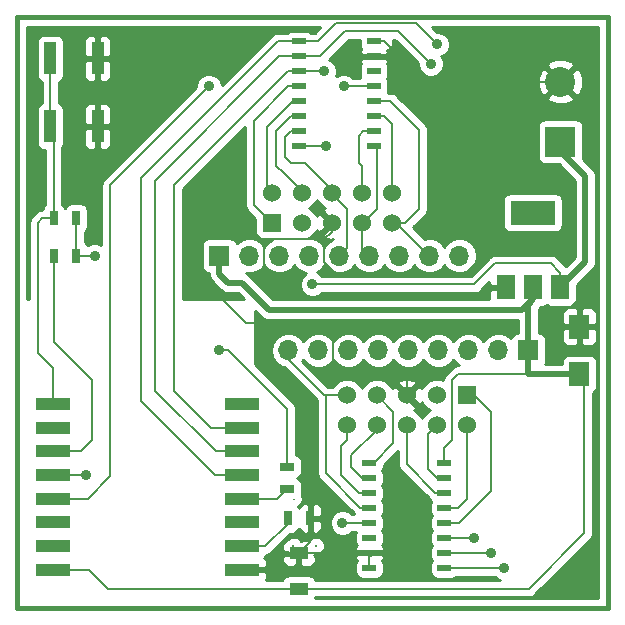
<source format=gtl>
G04 #@! TF.GenerationSoftware,KiCad,Pcbnew,5.0.0-fee4fd1~66~ubuntu16.04.1*
G04 #@! TF.CreationDate,2018-09-27T11:54:36+02:00*
G04 #@! TF.ProjectId,IN16_optoToESP8266,494E31365F6F70746F546F4553503832,rev?*
G04 #@! TF.SameCoordinates,Original*
G04 #@! TF.FileFunction,Copper,L1,Top,Signal*
G04 #@! TF.FilePolarity,Positive*
%FSLAX46Y46*%
G04 Gerber Fmt 4.6, Leading zero omitted, Abs format (unit mm)*
G04 Created by KiCad (PCBNEW 5.0.0-fee4fd1~66~ubuntu16.04.1) date Thu Sep 27 11:54:36 2018*
%MOMM*%
%LPD*%
G01*
G04 APERTURE LIST*
G04 #@! TA.AperFunction,NonConductor*
%ADD10C,0.381000*%
G04 #@! TD*
G04 #@! TA.AperFunction,ComponentPad*
%ADD11R,1.524000X1.524000*%
G04 #@! TD*
G04 #@! TA.AperFunction,ComponentPad*
%ADD12C,1.524000*%
G04 #@! TD*
G04 #@! TA.AperFunction,ComponentPad*
%ADD13R,2.540000X2.540000*%
G04 #@! TD*
G04 #@! TA.AperFunction,ComponentPad*
%ADD14C,2.540000*%
G04 #@! TD*
G04 #@! TA.AperFunction,SMDPad,CuDef*
%ADD15R,3.800000X2.000000*%
G04 #@! TD*
G04 #@! TA.AperFunction,SMDPad,CuDef*
%ADD16R,1.500000X2.000000*%
G04 #@! TD*
G04 #@! TA.AperFunction,SMDPad,CuDef*
%ADD17R,1.700000X2.000000*%
G04 #@! TD*
G04 #@! TA.AperFunction,SMDPad,CuDef*
%ADD18R,1.143000X0.508000*%
G04 #@! TD*
G04 #@! TA.AperFunction,ComponentPad*
%ADD19R,1.700000X1.700000*%
G04 #@! TD*
G04 #@! TA.AperFunction,ComponentPad*
%ADD20O,1.700000X1.700000*%
G04 #@! TD*
G04 #@! TA.AperFunction,SMDPad,CuDef*
%ADD21R,3.000000X1.000000*%
G04 #@! TD*
G04 #@! TA.AperFunction,SMDPad,CuDef*
%ADD22R,0.700000X1.300000*%
G04 #@! TD*
G04 #@! TA.AperFunction,SMDPad,CuDef*
%ADD23R,1.300000X0.700000*%
G04 #@! TD*
G04 #@! TA.AperFunction,SMDPad,CuDef*
%ADD24R,1.600000X1.000000*%
G04 #@! TD*
G04 #@! TA.AperFunction,SMDPad,CuDef*
%ADD25R,1.000000X2.750000*%
G04 #@! TD*
G04 #@! TA.AperFunction,ViaPad*
%ADD26C,0.889000*%
G04 #@! TD*
G04 #@! TA.AperFunction,Conductor*
%ADD27C,0.203200*%
G04 #@! TD*
G04 #@! TA.AperFunction,Conductor*
%ADD28C,0.500000*%
G04 #@! TD*
G04 #@! TA.AperFunction,Conductor*
%ADD29C,0.254000*%
G04 #@! TD*
G04 APERTURE END LIST*
D10*
X134000000Y-98000000D02*
X184000000Y-98000000D01*
X134000000Y-48000000D02*
X134000000Y-98000000D01*
X184000000Y-48000000D02*
X134000000Y-48000000D01*
X184000000Y-98000000D02*
X184000000Y-48000000D01*
D11*
G04 #@! TO.P,P1,1*
G04 #@! TO.N,/IN0*
X155575000Y-65405000D03*
D12*
G04 #@! TO.P,P1,2*
G04 #@! TO.N,/IN1*
X155575000Y-62865000D03*
G04 #@! TO.P,P1,3*
G04 #@! TO.N,/5VIN*
X158115000Y-65405000D03*
G04 #@! TO.P,P1,4*
G04 #@! TO.N,/IN2*
X158115000Y-62865000D03*
G04 #@! TO.P,P1,5*
G04 #@! TO.N,VSS*
X160655000Y-65405000D03*
G04 #@! TO.P,P1,6*
G04 #@! TO.N,/IN3*
X160655000Y-62865000D03*
G04 #@! TO.P,P1,7*
G04 #@! TO.N,/IN4*
X163195000Y-65405000D03*
G04 #@! TO.P,P1,8*
G04 #@! TO.N,/IN5*
X163195000Y-62865000D03*
G04 #@! TO.P,P1,9*
G04 #@! TO.N,/IN6*
X165735000Y-65405000D03*
G04 #@! TO.P,P1,10*
G04 #@! TO.N,/IN7*
X165735000Y-62865000D03*
G04 #@! TD*
D11*
G04 #@! TO.P,P0,1*
G04 #@! TO.N,/IN8*
X172085000Y-80010000D03*
D12*
G04 #@! TO.P,P0,2*
G04 #@! TO.N,/IN9*
X172085000Y-82550000D03*
G04 #@! TO.P,P0,3*
G04 #@! TO.N,/5VIN*
X169545000Y-80010000D03*
G04 #@! TO.P,P0,4*
G04 #@! TO.N,/IN10*
X169545000Y-82550000D03*
G04 #@! TO.P,P0,5*
G04 #@! TO.N,VSS*
X167005000Y-80010000D03*
G04 #@! TO.P,P0,6*
G04 #@! TO.N,/IN11*
X167005000Y-82550000D03*
G04 #@! TO.P,P0,7*
G04 #@! TO.N,/IN12*
X164465000Y-80010000D03*
G04 #@! TO.P,P0,8*
G04 #@! TO.N,/IN13*
X164465000Y-82550000D03*
G04 #@! TO.P,P0,9*
G04 #@! TO.N,/IN14*
X161925000Y-80010000D03*
G04 #@! TO.P,P0,10*
G04 #@! TO.N,/IN15*
X161925000Y-82550000D03*
G04 #@! TD*
D13*
G04 #@! TO.P,P3,1*
G04 #@! TO.N,/5VIN*
X180000000Y-58540000D03*
D14*
G04 #@! TO.P,P3,2*
G04 #@! TO.N,VSS*
X180000000Y-53460000D03*
G04 #@! TD*
D15*
G04 #@! TO.P,U4,4*
G04 #@! TO.N,N/C*
X177673000Y-64541000D03*
D16*
G04 #@! TO.P,U4,2*
G04 #@! TO.N,VCC*
X177673000Y-70841000D03*
G04 #@! TO.P,U4,3*
G04 #@! TO.N,/5VIN*
X179973000Y-70841000D03*
G04 #@! TO.P,U4,1*
G04 #@! TO.N,VSS*
X175373000Y-70841000D03*
G04 #@! TD*
D17*
G04 #@! TO.P,C1,1*
G04 #@! TO.N,VCC*
X181610000Y-78200000D03*
G04 #@! TO.P,C1,2*
G04 #@! TO.N,VSS*
X181610000Y-74200000D03*
G04 #@! TD*
D18*
G04 #@! TO.P,U2,16*
G04 #@! TO.N,VCC*
X157861000Y-58928000D03*
G04 #@! TO.P,U2,14*
G04 #@! TO.N,/IN2*
X157861000Y-56388000D03*
G04 #@! TO.P,U2,13*
G04 #@! TO.N,/IN1*
X157861000Y-55118000D03*
G04 #@! TO.P,U2,12*
G04 #@! TO.N,/IN0*
X157861000Y-53848000D03*
G04 #@! TO.P,U2,11*
G04 #@! TO.N,/MUXA*
X157861000Y-52578000D03*
G04 #@! TO.P,U2,10*
G04 #@! TO.N,/MUXB*
X157861000Y-51308000D03*
G04 #@! TO.P,U2,9*
G04 #@! TO.N,/MUXC*
X157861000Y-50038000D03*
G04 #@! TO.P,U2,8*
G04 #@! TO.N,Net-(U2-Pad8)*
X164211000Y-50038000D03*
G04 #@! TO.P,U2,7*
G04 #@! TO.N,VSS*
X164211000Y-51308000D03*
G04 #@! TO.P,U2,6*
G04 #@! TO.N,Net-(U2-Pad6)*
X164211000Y-52578000D03*
G04 #@! TO.P,U2,5*
G04 #@! TO.N,/MUX2*
X164211000Y-53848000D03*
G04 #@! TO.P,U2,4*
G04 #@! TO.N,/IN6*
X164211000Y-55118000D03*
G04 #@! TO.P,U2,3*
G04 #@! TO.N,/IN7*
X164211000Y-56388000D03*
G04 #@! TO.P,U2,2*
G04 #@! TO.N,/IN5*
X164211000Y-57658000D03*
G04 #@! TO.P,U2,1*
G04 #@! TO.N,/IN4*
X164211000Y-58928000D03*
G04 #@! TO.P,U2,15*
G04 #@! TO.N,/IN3*
X157861000Y-57658000D03*
G04 #@! TD*
G04 #@! TO.P,U3,16*
G04 #@! TO.N,VCC*
X170180000Y-85725000D03*
G04 #@! TO.P,U3,14*
G04 #@! TO.N,/IN11*
X170180000Y-88265000D03*
G04 #@! TO.P,U3,13*
G04 #@! TO.N,/IN9*
X170180000Y-89535000D03*
G04 #@! TO.P,U3,12*
G04 #@! TO.N,/IN8*
X170180000Y-90805000D03*
G04 #@! TO.P,U3,11*
G04 #@! TO.N,/MUXA*
X170180000Y-92075000D03*
G04 #@! TO.P,U3,10*
G04 #@! TO.N,/MUXB*
X170180000Y-93345000D03*
G04 #@! TO.P,U3,9*
G04 #@! TO.N,/MUXC*
X170180000Y-94615000D03*
G04 #@! TO.P,U3,8*
G04 #@! TO.N,Net-(U3-Pad8)*
X163830000Y-94615000D03*
G04 #@! TO.P,U3,7*
G04 #@! TO.N,VSS*
X163830000Y-93345000D03*
G04 #@! TO.P,U3,6*
G04 #@! TO.N,Net-(U3-Pad6)*
X163830000Y-92075000D03*
G04 #@! TO.P,U3,5*
G04 #@! TO.N,/MUX1*
X163830000Y-90805000D03*
G04 #@! TO.P,U3,4*
G04 #@! TO.N,/IN14*
X163830000Y-89535000D03*
G04 #@! TO.P,U3,3*
G04 #@! TO.N,/IN15*
X163830000Y-88265000D03*
G04 #@! TO.P,U3,2*
G04 #@! TO.N,/IN13*
X163830000Y-86995000D03*
G04 #@! TO.P,U3,1*
G04 #@! TO.N,/IN12*
X163830000Y-85725000D03*
G04 #@! TO.P,U3,15*
G04 #@! TO.N,/IN10*
X170180000Y-86995000D03*
G04 #@! TD*
D19*
G04 #@! TO.P,RN1,1*
G04 #@! TO.N,VCC*
X177292000Y-76200000D03*
D20*
G04 #@! TO.P,RN1,2*
G04 #@! TO.N,/IN8*
X174752000Y-76200000D03*
G04 #@! TO.P,RN1,3*
G04 #@! TO.N,/IN9*
X172212000Y-76200000D03*
G04 #@! TO.P,RN1,4*
G04 #@! TO.N,/IN10*
X169672000Y-76200000D03*
G04 #@! TO.P,RN1,5*
G04 #@! TO.N,/IN11*
X167132000Y-76200000D03*
G04 #@! TO.P,RN1,6*
G04 #@! TO.N,/IN12*
X164592000Y-76200000D03*
G04 #@! TO.P,RN1,7*
G04 #@! TO.N,/IN13*
X162052000Y-76200000D03*
G04 #@! TO.P,RN1,8*
G04 #@! TO.N,/IN15*
X159512000Y-76200000D03*
G04 #@! TO.P,RN1,9*
G04 #@! TO.N,/IN14*
X156972000Y-76200000D03*
G04 #@! TD*
D19*
G04 #@! TO.P,RN2,1*
G04 #@! TO.N,VCC*
X151130000Y-68199000D03*
D20*
G04 #@! TO.P,RN2,2*
G04 #@! TO.N,/IN0*
X153670000Y-68199000D03*
G04 #@! TO.P,RN2,3*
G04 #@! TO.N,/IN1*
X156210000Y-68199000D03*
G04 #@! TO.P,RN2,4*
G04 #@! TO.N,/IN2*
X158750000Y-68199000D03*
G04 #@! TO.P,RN2,5*
G04 #@! TO.N,/IN3*
X161290000Y-68199000D03*
G04 #@! TO.P,RN2,6*
G04 #@! TO.N,/IN4*
X163830000Y-68199000D03*
G04 #@! TO.P,RN2,7*
G04 #@! TO.N,/IN5*
X166370000Y-68199000D03*
G04 #@! TO.P,RN2,8*
G04 #@! TO.N,/IN6*
X168910000Y-68199000D03*
G04 #@! TO.P,RN2,9*
G04 #@! TO.N,/IN7*
X171450000Y-68199000D03*
G04 #@! TD*
D21*
G04 #@! TO.P,U1,1*
G04 #@! TO.N,/RST*
X137034000Y-80757000D03*
G04 #@! TO.P,U1,2*
G04 #@! TO.N,Net-(U1-Pad2)*
X137034000Y-82757000D03*
G04 #@! TO.P,U1,3*
G04 #@! TO.N,Net-(R1-Pad1)*
X137034000Y-84757000D03*
G04 #@! TO.P,U1,4*
G04 #@! TO.N,/MUX1*
X137034000Y-86757000D03*
G04 #@! TO.P,U1,5*
G04 #@! TO.N,/MUX2*
X137034000Y-88757000D03*
G04 #@! TO.P,U1,6*
G04 #@! TO.N,Net-(U1-Pad6)*
X137034000Y-90757000D03*
G04 #@! TO.P,U1,7*
G04 #@! TO.N,Net-(U1-Pad7)*
X137034000Y-92757000D03*
G04 #@! TO.P,U1,8*
G04 #@! TO.N,VCC*
X137034000Y-94757000D03*
G04 #@! TO.P,U1,9*
G04 #@! TO.N,VSS*
X153034000Y-94757000D03*
G04 #@! TO.P,U1,10*
G04 #@! TO.N,Net-(R3-Pad1)*
X153034000Y-92757000D03*
G04 #@! TO.P,U1,11*
G04 #@! TO.N,Net-(U1-Pad11)*
X153034000Y-90757000D03*
G04 #@! TO.P,U1,12*
G04 #@! TO.N,Net-(R2-Pad2)*
X153034000Y-88757000D03*
G04 #@! TO.P,U1,13*
G04 #@! TO.N,/MUXC*
X153034000Y-86757000D03*
G04 #@! TO.P,U1,14*
G04 #@! TO.N,/MUXB*
X153034000Y-84757000D03*
G04 #@! TO.P,U1,15*
G04 #@! TO.N,/MUXA*
X153034000Y-82757000D03*
G04 #@! TO.P,U1,16*
G04 #@! TO.N,Net-(U1-Pad16)*
X153034000Y-80757000D03*
G04 #@! TD*
D22*
G04 #@! TO.P,R1,1*
G04 #@! TO.N,Net-(R1-Pad1)*
X137099000Y-68199000D03*
G04 #@! TO.P,R1,2*
G04 #@! TO.N,VCC*
X138999000Y-68199000D03*
G04 #@! TD*
D23*
G04 #@! TO.P,R2,1*
G04 #@! TO.N,VCC*
X156845000Y-86045000D03*
G04 #@! TO.P,R2,2*
G04 #@! TO.N,Net-(R2-Pad2)*
X156845000Y-87945000D03*
G04 #@! TD*
D22*
G04 #@! TO.P,R3,1*
G04 #@! TO.N,Net-(R3-Pad1)*
X156911000Y-90424000D03*
G04 #@! TO.P,R3,2*
G04 #@! TO.N,VSS*
X158811000Y-90424000D03*
G04 #@! TD*
D24*
G04 #@! TO.P,C2,1*
G04 #@! TO.N,VCC*
X157861000Y-96369000D03*
G04 #@! TO.P,C2,2*
G04 #@! TO.N,VSS*
X157861000Y-93369000D03*
G04 #@! TD*
D22*
G04 #@! TO.P,R4,1*
G04 #@! TO.N,/RST*
X137099000Y-65024000D03*
G04 #@! TO.P,R4,2*
G04 #@! TO.N,VCC*
X138999000Y-65024000D03*
G04 #@! TD*
D25*
G04 #@! TO.P,SW1,1*
G04 #@! TO.N,VSS*
X140811000Y-57231000D03*
X140811000Y-51481000D03*
G04 #@! TO.P,SW1,2*
G04 #@! TO.N,/RST*
X136811000Y-51481000D03*
X136811000Y-57231000D03*
G04 #@! TD*
D26*
G04 #@! TO.N,/MUX1*
X139827000Y-86741000D03*
X161544000Y-90805000D03*
G04 #@! TO.N,/MUX2*
X150241000Y-53848000D03*
X161671000Y-53848000D03*
G04 #@! TO.N,/MUXA*
X160020000Y-52578000D03*
X172720000Y-92075000D03*
G04 #@! TO.N,/MUXB*
X174117000Y-93345000D03*
X169037000Y-51943000D03*
G04 #@! TO.N,/MUXC*
X169545000Y-50292000D03*
X175260000Y-94615000D03*
G04 #@! TO.N,/5VIN*
X159004000Y-70612000D03*
G04 #@! TO.N,VCC*
X151130000Y-76200000D03*
X140589000Y-68199000D03*
X160147000Y-58928000D03*
G04 #@! TO.N,VSS*
X144272000Y-51435000D03*
G04 #@! TD*
D27*
G04 #@! TO.N,*
X157403000Y-88757000D02*
X157419000Y-88773000D01*
X159319000Y-92710000D02*
X159319000Y-92771000D01*
X157372000Y-92757000D02*
X157419000Y-92710000D01*
G04 #@! TO.N,/IN0*
X154051000Y-63881000D02*
X155575000Y-65405000D01*
X154051000Y-56769000D02*
X154051000Y-63881000D01*
X157861000Y-53848000D02*
X156972000Y-53848000D01*
X156972000Y-53848000D02*
X154051000Y-56769000D01*
G04 #@! TO.N,/IN1*
X155194000Y-57277000D02*
X155194000Y-62484000D01*
X155194000Y-62484000D02*
X155575000Y-62865000D01*
X157861000Y-55118000D02*
X157353000Y-55118000D01*
X157353000Y-55118000D02*
X155194000Y-57277000D01*
G04 #@! TO.N,/IN10*
X170180000Y-86995000D02*
X169545000Y-86995000D01*
X169545000Y-86995000D02*
X168783000Y-86233000D01*
X168783000Y-83312000D02*
X169545000Y-82550000D01*
X168783000Y-86233000D02*
X168783000Y-83312000D01*
G04 #@! TO.N,/IN11*
X170180000Y-88265000D02*
X169418000Y-88265000D01*
X167005000Y-85852000D02*
X167005000Y-85598000D01*
X169418000Y-88265000D02*
X167005000Y-85852000D01*
X167005000Y-85598000D02*
X167005000Y-82550000D01*
G04 #@! TO.N,/IN12*
X163830000Y-85725000D02*
X164211000Y-85725000D01*
X164211000Y-85725000D02*
X165862000Y-84074000D01*
X165862000Y-84074000D02*
X165862000Y-81407000D01*
X165862000Y-81407000D02*
X164465000Y-80010000D01*
G04 #@! TO.N,/IN13*
X163830000Y-86995000D02*
X163195000Y-86995000D01*
X163195000Y-86995000D02*
X162306000Y-86106000D01*
X162306000Y-86106000D02*
X162306000Y-85090000D01*
X162306000Y-85090000D02*
X164465000Y-82931000D01*
X164465000Y-82931000D02*
X164465000Y-82550000D01*
G04 #@! TO.N,/IN14*
X163830000Y-89535000D02*
X163068000Y-89535000D01*
X160147000Y-86614000D02*
X160147000Y-85725000D01*
X163068000Y-89535000D02*
X160147000Y-86614000D01*
X160147000Y-85725000D02*
X160147000Y-80010000D01*
X161925000Y-80010000D02*
X160147000Y-80010000D01*
X160147000Y-80010000D02*
X160020000Y-80010000D01*
X160020000Y-80010000D02*
X156972000Y-76962000D01*
X156972000Y-76962000D02*
X156972000Y-76200000D01*
G04 #@! TO.N,/IN15*
X163830000Y-88265000D02*
X162941000Y-88265000D01*
X161417000Y-86741000D02*
X161417000Y-85598000D01*
X162941000Y-88265000D02*
X161417000Y-86741000D01*
X161925000Y-82550000D02*
X161925000Y-83820000D01*
X161925000Y-83820000D02*
X161417000Y-84328000D01*
X161417000Y-84328000D02*
X161417000Y-85598000D01*
G04 #@! TO.N,/IN2*
X155956000Y-60579000D02*
X156591000Y-61214000D01*
X155956000Y-57658000D02*
X155956000Y-60579000D01*
X156591000Y-61214000D02*
X158115000Y-62738000D01*
X158115000Y-62865000D02*
X158115000Y-62738000D01*
X157861000Y-56388000D02*
X157226000Y-56388000D01*
X157226000Y-56388000D02*
X155956000Y-57658000D01*
G04 #@! TO.N,/IN3*
X160655000Y-62865000D02*
X160655000Y-62992000D01*
X160655000Y-62992000D02*
X161925000Y-64262000D01*
X161925000Y-67564000D02*
X161290000Y-68199000D01*
X161925000Y-64262000D02*
X161925000Y-67564000D01*
X160655000Y-62865000D02*
X160655000Y-62611000D01*
X160655000Y-62611000D02*
X158369000Y-60325000D01*
X158369000Y-60325000D02*
X157226000Y-60325000D01*
X157861000Y-57658000D02*
X157226000Y-57658000D01*
X156718000Y-58166000D02*
X156718000Y-59817000D01*
X157226000Y-57658000D02*
X156718000Y-58166000D01*
X157226000Y-60325000D02*
X156718000Y-59817000D01*
G04 #@! TO.N,/IN4*
X164465000Y-64262000D02*
X164465000Y-59182000D01*
X164465000Y-59182000D02*
X164211000Y-58928000D01*
X163195000Y-65405000D02*
X163195000Y-67564000D01*
X163195000Y-67564000D02*
X163830000Y-68199000D01*
X163195000Y-65405000D02*
X163322000Y-65405000D01*
X163322000Y-65405000D02*
X164465000Y-64262000D01*
G04 #@! TO.N,/IN5*
X164211000Y-57658000D02*
X163322000Y-57658000D01*
X162941000Y-58039000D02*
X162941000Y-60325000D01*
X163322000Y-57658000D02*
X162941000Y-58039000D01*
X163195000Y-60579000D02*
X162941000Y-60325000D01*
X163195000Y-62865000D02*
X163195000Y-60579000D01*
G04 #@! TO.N,/IN6*
X165608000Y-55118000D02*
X168021000Y-57531000D01*
X165735000Y-65405000D02*
X166878000Y-65405000D01*
X166878000Y-65405000D02*
X168021000Y-64262000D01*
X168021000Y-64262000D02*
X168021000Y-57531000D01*
X165608000Y-55118000D02*
X164211000Y-55118000D01*
X165735000Y-65405000D02*
X166116000Y-65405000D01*
X166116000Y-65405000D02*
X168910000Y-68199000D01*
G04 #@! TO.N,/IN7*
X164211000Y-56388000D02*
X165100000Y-56388000D01*
X165735000Y-57023000D02*
X165735000Y-62865000D01*
X165100000Y-56388000D02*
X165735000Y-57023000D01*
G04 #@! TO.N,/IN8*
X171450000Y-90805000D02*
X174117000Y-88138000D01*
X174117000Y-81407000D02*
X174117000Y-88138000D01*
X170180000Y-90805000D02*
X171450000Y-90805000D01*
X172085000Y-80010000D02*
X172720000Y-80010000D01*
X172720000Y-80010000D02*
X174117000Y-81407000D01*
G04 #@! TO.N,/IN9*
X171323000Y-89535000D02*
X170180000Y-89535000D01*
X172085000Y-82550000D02*
X172085000Y-88773000D01*
X172085000Y-88773000D02*
X171323000Y-89535000D01*
X172085000Y-82550000D02*
X172720000Y-82550000D01*
G04 #@! TO.N,/MUX1*
X163830000Y-90805000D02*
X161544000Y-90805000D01*
X139811000Y-86757000D02*
X137034000Y-86757000D01*
X139827000Y-86741000D02*
X139811000Y-86757000D01*
G04 #@! TO.N,/MUX2*
X141859000Y-62992000D02*
X141859000Y-62230000D01*
X141859000Y-62230000D02*
X150241000Y-53848000D01*
X137034000Y-88757000D02*
X139970000Y-88757000D01*
X161671000Y-53848000D02*
X164211000Y-53848000D01*
X141859000Y-86868000D02*
X141859000Y-62992000D01*
X139970000Y-88757000D02*
X141859000Y-86868000D01*
G04 #@! TO.N,/MUXA*
X157861000Y-52578000D02*
X156972000Y-52578000D01*
X147320000Y-62230000D02*
X147320000Y-63754000D01*
X156972000Y-52578000D02*
X147320000Y-62230000D01*
X157861000Y-52578000D02*
X160020000Y-52578000D01*
X150448000Y-82757000D02*
X153034000Y-82757000D01*
X147320000Y-79629000D02*
X150448000Y-82757000D01*
X147320000Y-63754000D02*
X147320000Y-79629000D01*
X170180000Y-92075000D02*
X172720000Y-92075000D01*
G04 #@! TO.N,/MUXB*
X157861000Y-51308000D02*
X156210000Y-51308000D01*
X145669000Y-61849000D02*
X145669000Y-63246000D01*
X156210000Y-51308000D02*
X145669000Y-61849000D01*
X153034000Y-84757000D02*
X150797000Y-84757000D01*
X145669000Y-79629000D02*
X145669000Y-63246000D01*
X150797000Y-84757000D02*
X145669000Y-79629000D01*
X174117000Y-93345000D02*
X170180000Y-93345000D01*
X165354000Y-49149000D02*
X166243000Y-49149000D01*
X166243000Y-49149000D02*
X166624000Y-49530000D01*
X159639000Y-51308000D02*
X157861000Y-51308000D01*
X161798000Y-49149000D02*
X159639000Y-51308000D01*
X165354000Y-49149000D02*
X161798000Y-49149000D01*
X166624000Y-49530000D02*
X169037000Y-51943000D01*
G04 #@! TO.N,/MUXC*
X157861000Y-50038000D02*
X156083000Y-50038000D01*
X144526000Y-61595000D02*
X144526000Y-62992000D01*
X156083000Y-50038000D02*
X144526000Y-61595000D01*
X153034000Y-86757000D02*
X150765000Y-86757000D01*
X150765000Y-86757000D02*
X144526000Y-80518000D01*
X157861000Y-50038000D02*
X159512000Y-50038000D01*
X159512000Y-50038000D02*
X161036000Y-48514000D01*
X144526000Y-62992000D02*
X144526000Y-80518000D01*
X165608000Y-48514000D02*
X167767000Y-48514000D01*
X167767000Y-48514000D02*
X169545000Y-50292000D01*
X170180000Y-94615000D02*
X175260000Y-94615000D01*
X161036000Y-48514000D02*
X165608000Y-48514000D01*
G04 #@! TO.N,/5VIN*
X159004000Y-70612000D02*
X172708408Y-70612000D01*
X172708408Y-70612000D02*
X174486408Y-68834000D01*
X174486408Y-68834000D02*
X179197000Y-68834000D01*
X179197000Y-68834000D02*
X179973000Y-69610000D01*
X179973000Y-69610000D02*
X179973000Y-70841000D01*
D28*
X180000000Y-58540000D02*
X180000000Y-59350000D01*
X180000000Y-59350000D02*
X182118000Y-61468000D01*
X182118000Y-61468000D02*
X182118000Y-68696000D01*
X182118000Y-68696000D02*
X179973000Y-70841000D01*
D27*
G04 #@! TO.N,VCC*
X138999000Y-65024000D02*
X138999000Y-68199000D01*
X157861000Y-96369000D02*
X177316000Y-96369000D01*
X181991000Y-91694000D02*
X181991000Y-78581000D01*
X177316000Y-96369000D02*
X181991000Y-91694000D01*
X181991000Y-78581000D02*
X181610000Y-78200000D01*
X137034000Y-94757000D02*
X140096000Y-94757000D01*
X141708000Y-96369000D02*
X157861000Y-96369000D01*
X140096000Y-94757000D02*
X141708000Y-96369000D01*
X156845000Y-86045000D02*
X156845000Y-81153000D01*
X151892000Y-76200000D02*
X151130000Y-76200000D01*
X156845000Y-81153000D02*
X151892000Y-76200000D01*
X138999000Y-68199000D02*
X140589000Y-68199000D01*
D28*
X177292000Y-76200000D02*
X177292000Y-72263000D01*
X177292000Y-72263000D02*
X177419000Y-72263000D01*
X177419000Y-72263000D02*
X177419000Y-72136000D01*
X177292000Y-76200000D02*
X177292000Y-78200000D01*
D27*
X177292000Y-78200000D02*
X177292000Y-78105000D01*
X177292000Y-78105000D02*
X177292000Y-78200000D01*
D28*
X181610000Y-78200000D02*
X177292000Y-78200000D01*
D27*
X177292000Y-78200000D02*
X171355000Y-78200000D01*
X170815000Y-83820000D02*
X170815000Y-78740000D01*
X170180000Y-84455000D02*
X170815000Y-83820000D01*
X170180000Y-85725000D02*
X170180000Y-84455000D01*
X171355000Y-78200000D02*
X170815000Y-78740000D01*
X177292000Y-76200000D02*
X177292000Y-76327000D01*
X157861000Y-58928000D02*
X160147000Y-58928000D01*
X177673000Y-75819000D02*
X177292000Y-76200000D01*
D28*
X177673000Y-70841000D02*
X177673000Y-71882000D01*
X177673000Y-71882000D02*
X177419000Y-72136000D01*
X151130000Y-69723000D02*
X151130000Y-68199000D01*
X177419000Y-72136000D02*
X176784000Y-72771000D01*
X156845000Y-72771000D02*
X155321000Y-72771000D01*
X176784000Y-72771000D02*
X156845000Y-72771000D01*
X155321000Y-72771000D02*
X153035000Y-70485000D01*
X153035000Y-70485000D02*
X151892000Y-70485000D01*
X151892000Y-70485000D02*
X151130000Y-69723000D01*
D27*
X180943000Y-78867000D02*
X181610000Y-78200000D01*
G04 #@! TO.N,VSS*
X157861000Y-93369000D02*
X157861000Y-94107000D01*
X157211000Y-94757000D02*
X153034000Y-94757000D01*
X157861000Y-94107000D02*
X157211000Y-94757000D01*
X158811000Y-90424000D02*
X158811000Y-92419000D01*
X158811000Y-92419000D02*
X157861000Y-93369000D01*
X157861000Y-93369000D02*
X163806000Y-93369000D01*
X163806000Y-93369000D02*
X163830000Y-93345000D01*
X167005000Y-80010000D02*
X167005000Y-78740000D01*
X149606000Y-66802000D02*
X154559000Y-66802000D01*
X148844000Y-67564000D02*
X149606000Y-66802000D01*
X148844000Y-69342000D02*
X148844000Y-67564000D01*
X153416000Y-73914000D02*
X148844000Y-69342000D01*
X159258000Y-73914000D02*
X153416000Y-73914000D01*
X160782000Y-75438000D02*
X159258000Y-73914000D01*
X160782000Y-77216000D02*
X160782000Y-75438000D01*
X161544000Y-77978000D02*
X160782000Y-77216000D01*
X166243000Y-77978000D02*
X161544000Y-77978000D01*
X167005000Y-78740000D02*
X166243000Y-77978000D01*
X160655000Y-65405000D02*
X160655000Y-66167000D01*
X160655000Y-66167000D02*
X160020000Y-66802000D01*
X160020000Y-66802000D02*
X160020000Y-67437000D01*
X160655000Y-66167000D02*
X160020000Y-66802000D01*
X160020000Y-66802000D02*
X159639000Y-66802000D01*
X163830000Y-94615000D02*
X163830000Y-93345000D01*
X175373000Y-70841000D02*
X174419800Y-70841000D01*
X157480000Y-71755000D02*
X154940000Y-69215000D01*
X174419800Y-70841000D02*
X173505800Y-71755000D01*
X173505800Y-71755000D02*
X157480000Y-71755000D01*
X154940000Y-69215000D02*
X154940000Y-67183000D01*
X154940000Y-67183000D02*
X154559000Y-66802000D01*
X174879000Y-66790408D02*
X174879000Y-58581000D01*
X174879000Y-58581000D02*
X180000000Y-53460000D01*
X161283710Y-69977000D02*
X171692408Y-69977000D01*
X171692408Y-69977000D02*
X174879000Y-66790408D01*
X160020000Y-67437000D02*
X160020000Y-68713290D01*
X160020000Y-68713290D02*
X161283710Y-69977000D01*
X160655000Y-65405000D02*
X160655000Y-65786000D01*
X159639000Y-66802000D02*
X154559000Y-66802000D01*
X180000000Y-53460000D02*
X168014000Y-53460000D01*
X168014000Y-53460000D02*
X165862000Y-51308000D01*
X165862000Y-50800000D02*
X165862000Y-51308000D01*
X165862000Y-51308000D02*
X164211000Y-51308000D01*
X181610000Y-74200000D02*
X182277000Y-74200000D01*
X165100000Y-50038000D02*
X165862000Y-50800000D01*
X144226000Y-51481000D02*
X140811000Y-51481000D01*
X144272000Y-51435000D02*
X144226000Y-51481000D01*
G04 #@! TO.N,Net-(U2-Pad8)*
X164211000Y-50038000D02*
X165100000Y-50038000D01*
G04 #@! TO.N,Net-(R1-Pad1)*
X137099000Y-68199000D02*
X137099000Y-75504000D01*
X139398000Y-84757000D02*
X137034000Y-84757000D01*
X140335000Y-83820000D02*
X139398000Y-84757000D01*
X140335000Y-78740000D02*
X140335000Y-83820000D01*
X137099000Y-75504000D02*
X140335000Y-78740000D01*
G04 #@! TO.N,Net-(R2-Pad2)*
X153034000Y-88757000D02*
X156033000Y-88757000D01*
X156033000Y-88757000D02*
X156845000Y-87945000D01*
G04 #@! TO.N,Net-(R3-Pad1)*
X156911000Y-90424000D02*
X156911000Y-90866000D01*
X156911000Y-90866000D02*
X155020000Y-92757000D01*
X155020000Y-92757000D02*
X153034000Y-92757000D01*
G04 #@! TO.N,/RST*
X136811000Y-51481000D02*
X136811000Y-57231000D01*
X136811000Y-57231000D02*
X137099000Y-57519000D01*
X137099000Y-57519000D02*
X137099000Y-65024000D01*
X137034000Y-80757000D02*
X137034000Y-77725000D01*
X136144000Y-65024000D02*
X137099000Y-65024000D01*
X135763000Y-65405000D02*
X136144000Y-65024000D01*
X135763000Y-76454000D02*
X135763000Y-65405000D01*
X137034000Y-77725000D02*
X135763000Y-76454000D01*
G04 #@! TD*
D29*
G04 #@! TO.N,VSS*
G36*
X183174500Y-97174500D02*
X159220579Y-97174500D01*
X159259157Y-97116765D01*
X159261378Y-97105600D01*
X177243460Y-97105600D01*
X177316000Y-97120029D01*
X177388540Y-97105600D01*
X177388544Y-97105600D01*
X177603407Y-97062861D01*
X177847058Y-96900058D01*
X177888151Y-96838558D01*
X182460558Y-92266151D01*
X182522058Y-92225058D01*
X182684861Y-91981407D01*
X182727600Y-91766544D01*
X182727600Y-91766540D01*
X182742029Y-91694001D01*
X182727600Y-91621462D01*
X182727600Y-79784904D01*
X182917809Y-79657809D01*
X183058157Y-79447765D01*
X183107440Y-79200000D01*
X183107440Y-77200000D01*
X183058157Y-76952235D01*
X182917809Y-76742191D01*
X182707765Y-76601843D01*
X182460000Y-76552560D01*
X180760000Y-76552560D01*
X180512235Y-76601843D01*
X180302191Y-76742191D01*
X180161843Y-76952235D01*
X180112560Y-77200000D01*
X180112560Y-77315000D01*
X178728641Y-77315000D01*
X178740157Y-77297765D01*
X178789440Y-77050000D01*
X178789440Y-75350000D01*
X178740157Y-75102235D01*
X178599809Y-74892191D01*
X178389765Y-74751843D01*
X178177000Y-74709522D01*
X178177000Y-74485750D01*
X180125000Y-74485750D01*
X180125000Y-75326309D01*
X180221673Y-75559698D01*
X180400301Y-75738327D01*
X180633690Y-75835000D01*
X181324250Y-75835000D01*
X181483000Y-75676250D01*
X181483000Y-74327000D01*
X181737000Y-74327000D01*
X181737000Y-75676250D01*
X181895750Y-75835000D01*
X182586310Y-75835000D01*
X182819699Y-75738327D01*
X182998327Y-75559698D01*
X183095000Y-75326309D01*
X183095000Y-74485750D01*
X182936250Y-74327000D01*
X181737000Y-74327000D01*
X181483000Y-74327000D01*
X180283750Y-74327000D01*
X180125000Y-74485750D01*
X178177000Y-74485750D01*
X178177000Y-73073691D01*
X180125000Y-73073691D01*
X180125000Y-73914250D01*
X180283750Y-74073000D01*
X181483000Y-74073000D01*
X181483000Y-72723750D01*
X181737000Y-72723750D01*
X181737000Y-74073000D01*
X182936250Y-74073000D01*
X183095000Y-73914250D01*
X183095000Y-73073691D01*
X182998327Y-72840302D01*
X182819699Y-72661673D01*
X182586310Y-72565000D01*
X181895750Y-72565000D01*
X181737000Y-72723750D01*
X181483000Y-72723750D01*
X181324250Y-72565000D01*
X180633690Y-72565000D01*
X180400301Y-72661673D01*
X180221673Y-72840302D01*
X180125000Y-73073691D01*
X178177000Y-73073691D01*
X178177000Y-72721531D01*
X178252652Y-72608310D01*
X178263948Y-72551521D01*
X178311049Y-72520049D01*
X178332170Y-72488440D01*
X178423000Y-72488440D01*
X178670765Y-72439157D01*
X178823000Y-72337436D01*
X178975235Y-72439157D01*
X179223000Y-72488440D01*
X180723000Y-72488440D01*
X180970765Y-72439157D01*
X181180809Y-72298809D01*
X181321157Y-72088765D01*
X181370440Y-71841000D01*
X181370440Y-70695138D01*
X182682156Y-69383423D01*
X182756049Y-69334049D01*
X182816992Y-69242843D01*
X182898133Y-69121406D01*
X182951652Y-69041310D01*
X183003000Y-68783165D01*
X183003000Y-68783161D01*
X183020337Y-68696001D01*
X183003000Y-68608841D01*
X183003000Y-61555159D01*
X183020337Y-61467999D01*
X183003000Y-61380839D01*
X183003000Y-61380835D01*
X182951652Y-61122690D01*
X182820624Y-60926594D01*
X182805424Y-60903845D01*
X182805423Y-60903844D01*
X182756049Y-60829951D01*
X182682156Y-60780577D01*
X181883286Y-59981707D01*
X181917440Y-59810000D01*
X181917440Y-57270000D01*
X181868157Y-57022235D01*
X181727809Y-56812191D01*
X181517765Y-56671843D01*
X181270000Y-56622560D01*
X178730000Y-56622560D01*
X178482235Y-56671843D01*
X178272191Y-56812191D01*
X178131843Y-57022235D01*
X178082560Y-57270000D01*
X178082560Y-59810000D01*
X178131843Y-60057765D01*
X178272191Y-60267809D01*
X178482235Y-60408157D01*
X178730000Y-60457440D01*
X179855862Y-60457440D01*
X181233000Y-61834579D01*
X181233001Y-68329420D01*
X180491722Y-69070699D01*
X180442561Y-69037851D01*
X179769151Y-68364442D01*
X179728058Y-68302942D01*
X179484407Y-68140139D01*
X179269544Y-68097400D01*
X179269540Y-68097400D01*
X179197000Y-68082971D01*
X179124460Y-68097400D01*
X174558948Y-68097400D01*
X174486408Y-68082971D01*
X174413867Y-68097400D01*
X174413864Y-68097400D01*
X174199001Y-68140139D01*
X174016849Y-68261849D01*
X174016847Y-68261851D01*
X173955350Y-68302942D01*
X173914258Y-68364440D01*
X172403299Y-69875400D01*
X159794044Y-69875400D01*
X159615488Y-69696844D01*
X159347423Y-69585808D01*
X159820625Y-69269625D01*
X160020000Y-68971239D01*
X160219375Y-69269625D01*
X160710582Y-69597839D01*
X161143744Y-69684000D01*
X161436256Y-69684000D01*
X161869418Y-69597839D01*
X162360625Y-69269625D01*
X162560000Y-68971239D01*
X162759375Y-69269625D01*
X163250582Y-69597839D01*
X163683744Y-69684000D01*
X163976256Y-69684000D01*
X164409418Y-69597839D01*
X164900625Y-69269625D01*
X165100000Y-68971239D01*
X165299375Y-69269625D01*
X165790582Y-69597839D01*
X166223744Y-69684000D01*
X166516256Y-69684000D01*
X166949418Y-69597839D01*
X167440625Y-69269625D01*
X167640000Y-68971239D01*
X167839375Y-69269625D01*
X168330582Y-69597839D01*
X168763744Y-69684000D01*
X169056256Y-69684000D01*
X169489418Y-69597839D01*
X169980625Y-69269625D01*
X170180000Y-68971239D01*
X170379375Y-69269625D01*
X170870582Y-69597839D01*
X171303744Y-69684000D01*
X171596256Y-69684000D01*
X172029418Y-69597839D01*
X172520625Y-69269625D01*
X172848839Y-68778418D01*
X172964092Y-68199000D01*
X172848839Y-67619582D01*
X172520625Y-67128375D01*
X172029418Y-66800161D01*
X171596256Y-66714000D01*
X171303744Y-66714000D01*
X170870582Y-66800161D01*
X170379375Y-67128375D01*
X170180000Y-67426761D01*
X169980625Y-67128375D01*
X169489418Y-66800161D01*
X169056256Y-66714000D01*
X168763744Y-66714000D01*
X168515991Y-66763281D01*
X167538709Y-65786000D01*
X168490561Y-64834149D01*
X168552058Y-64793058D01*
X168593149Y-64731561D01*
X168593151Y-64731559D01*
X168714861Y-64549407D01*
X168723688Y-64505030D01*
X168757600Y-64334544D01*
X168757600Y-64334541D01*
X168772029Y-64262001D01*
X168757600Y-64189460D01*
X168757600Y-63541000D01*
X175125560Y-63541000D01*
X175125560Y-65541000D01*
X175174843Y-65788765D01*
X175315191Y-65998809D01*
X175525235Y-66139157D01*
X175773000Y-66188440D01*
X179573000Y-66188440D01*
X179820765Y-66139157D01*
X180030809Y-65998809D01*
X180171157Y-65788765D01*
X180220440Y-65541000D01*
X180220440Y-63541000D01*
X180171157Y-63293235D01*
X180030809Y-63083191D01*
X179820765Y-62942843D01*
X179573000Y-62893560D01*
X175773000Y-62893560D01*
X175525235Y-62942843D01*
X175315191Y-63083191D01*
X175174843Y-63293235D01*
X175125560Y-63541000D01*
X168757600Y-63541000D01*
X168757600Y-57603540D01*
X168772029Y-57530999D01*
X168757600Y-57458459D01*
X168757600Y-57458456D01*
X168714861Y-57243593D01*
X168552058Y-56999942D01*
X168490558Y-56958849D01*
X166339486Y-54807777D01*
X178831828Y-54807777D01*
X178963520Y-55102657D01*
X179671036Y-55374261D01*
X180428632Y-55354436D01*
X181036480Y-55102657D01*
X181168172Y-54807777D01*
X180000000Y-53639605D01*
X178831828Y-54807777D01*
X166339486Y-54807777D01*
X166180151Y-54648442D01*
X166139058Y-54586942D01*
X165895407Y-54424139D01*
X165680544Y-54381400D01*
X165680540Y-54381400D01*
X165608000Y-54366971D01*
X165535460Y-54381400D01*
X165359519Y-54381400D01*
X165380657Y-54349765D01*
X165429940Y-54102000D01*
X165429940Y-53594000D01*
X165380657Y-53346235D01*
X165291632Y-53213000D01*
X165346398Y-53131036D01*
X178085739Y-53131036D01*
X178105564Y-53888632D01*
X178357343Y-54496480D01*
X178652223Y-54628172D01*
X179820395Y-53460000D01*
X180179605Y-53460000D01*
X181347777Y-54628172D01*
X181642657Y-54496480D01*
X181914261Y-53788964D01*
X181894436Y-53031368D01*
X181642657Y-52423520D01*
X181347777Y-52291828D01*
X180179605Y-53460000D01*
X179820395Y-53460000D01*
X178652223Y-52291828D01*
X178357343Y-52423520D01*
X178085739Y-53131036D01*
X165346398Y-53131036D01*
X165380657Y-53079765D01*
X165429940Y-52832000D01*
X165429940Y-52324000D01*
X165380657Y-52076235D01*
X165294793Y-51947732D01*
X165320827Y-51921698D01*
X165417500Y-51688309D01*
X165417500Y-51593750D01*
X165258750Y-51435000D01*
X164338000Y-51435000D01*
X164338000Y-51455000D01*
X164084000Y-51455000D01*
X164084000Y-51435000D01*
X163163250Y-51435000D01*
X163004500Y-51593750D01*
X163004500Y-51688309D01*
X163101173Y-51921698D01*
X163127207Y-51947732D01*
X163041343Y-52076235D01*
X162992060Y-52324000D01*
X162992060Y-52832000D01*
X163041343Y-53079765D01*
X163062481Y-53111400D01*
X162461044Y-53111400D01*
X162282488Y-52932844D01*
X161885726Y-52768500D01*
X161456274Y-52768500D01*
X161059512Y-52932844D01*
X161028698Y-52963658D01*
X161099500Y-52792726D01*
X161099500Y-52363274D01*
X160935156Y-51966512D01*
X160631488Y-51662844D01*
X160415380Y-51573329D01*
X162103110Y-49885600D01*
X162992060Y-49885600D01*
X162992060Y-50292000D01*
X163041343Y-50539765D01*
X163127207Y-50668268D01*
X163101173Y-50694302D01*
X163004500Y-50927691D01*
X163004500Y-51022250D01*
X163163250Y-51181000D01*
X164084000Y-51181000D01*
X164084000Y-51161000D01*
X164338000Y-51161000D01*
X164338000Y-51181000D01*
X165258750Y-51181000D01*
X165417500Y-51022250D01*
X165417500Y-50927691D01*
X165340268Y-50741237D01*
X165387407Y-50731861D01*
X165631058Y-50569058D01*
X165793861Y-50325407D01*
X165851030Y-50038000D01*
X165820716Y-49885600D01*
X165937892Y-49885600D01*
X166051847Y-49999556D01*
X167957500Y-51905209D01*
X167957500Y-52157726D01*
X168121844Y-52554488D01*
X168425512Y-52858156D01*
X168822274Y-53022500D01*
X169251726Y-53022500D01*
X169648488Y-52858156D01*
X169952156Y-52554488D01*
X170116500Y-52157726D01*
X170116500Y-52112223D01*
X178831828Y-52112223D01*
X180000000Y-53280395D01*
X181168172Y-52112223D01*
X181036480Y-51817343D01*
X180328964Y-51545739D01*
X179571368Y-51565564D01*
X178963520Y-51817343D01*
X178831828Y-52112223D01*
X170116500Y-52112223D01*
X170116500Y-51728274D01*
X169952156Y-51331512D01*
X169924070Y-51303426D01*
X170156488Y-51207156D01*
X170460156Y-50903488D01*
X170624500Y-50506726D01*
X170624500Y-50077274D01*
X170460156Y-49680512D01*
X170156488Y-49376844D01*
X169759726Y-49212500D01*
X169507210Y-49212500D01*
X169120209Y-48825500D01*
X183174501Y-48825500D01*
X183174500Y-97174500D01*
X183174500Y-97174500D01*
G37*
X183174500Y-97174500D02*
X159220579Y-97174500D01*
X159259157Y-97116765D01*
X159261378Y-97105600D01*
X177243460Y-97105600D01*
X177316000Y-97120029D01*
X177388540Y-97105600D01*
X177388544Y-97105600D01*
X177603407Y-97062861D01*
X177847058Y-96900058D01*
X177888151Y-96838558D01*
X182460558Y-92266151D01*
X182522058Y-92225058D01*
X182684861Y-91981407D01*
X182727600Y-91766544D01*
X182727600Y-91766540D01*
X182742029Y-91694001D01*
X182727600Y-91621462D01*
X182727600Y-79784904D01*
X182917809Y-79657809D01*
X183058157Y-79447765D01*
X183107440Y-79200000D01*
X183107440Y-77200000D01*
X183058157Y-76952235D01*
X182917809Y-76742191D01*
X182707765Y-76601843D01*
X182460000Y-76552560D01*
X180760000Y-76552560D01*
X180512235Y-76601843D01*
X180302191Y-76742191D01*
X180161843Y-76952235D01*
X180112560Y-77200000D01*
X180112560Y-77315000D01*
X178728641Y-77315000D01*
X178740157Y-77297765D01*
X178789440Y-77050000D01*
X178789440Y-75350000D01*
X178740157Y-75102235D01*
X178599809Y-74892191D01*
X178389765Y-74751843D01*
X178177000Y-74709522D01*
X178177000Y-74485750D01*
X180125000Y-74485750D01*
X180125000Y-75326309D01*
X180221673Y-75559698D01*
X180400301Y-75738327D01*
X180633690Y-75835000D01*
X181324250Y-75835000D01*
X181483000Y-75676250D01*
X181483000Y-74327000D01*
X181737000Y-74327000D01*
X181737000Y-75676250D01*
X181895750Y-75835000D01*
X182586310Y-75835000D01*
X182819699Y-75738327D01*
X182998327Y-75559698D01*
X183095000Y-75326309D01*
X183095000Y-74485750D01*
X182936250Y-74327000D01*
X181737000Y-74327000D01*
X181483000Y-74327000D01*
X180283750Y-74327000D01*
X180125000Y-74485750D01*
X178177000Y-74485750D01*
X178177000Y-73073691D01*
X180125000Y-73073691D01*
X180125000Y-73914250D01*
X180283750Y-74073000D01*
X181483000Y-74073000D01*
X181483000Y-72723750D01*
X181737000Y-72723750D01*
X181737000Y-74073000D01*
X182936250Y-74073000D01*
X183095000Y-73914250D01*
X183095000Y-73073691D01*
X182998327Y-72840302D01*
X182819699Y-72661673D01*
X182586310Y-72565000D01*
X181895750Y-72565000D01*
X181737000Y-72723750D01*
X181483000Y-72723750D01*
X181324250Y-72565000D01*
X180633690Y-72565000D01*
X180400301Y-72661673D01*
X180221673Y-72840302D01*
X180125000Y-73073691D01*
X178177000Y-73073691D01*
X178177000Y-72721531D01*
X178252652Y-72608310D01*
X178263948Y-72551521D01*
X178311049Y-72520049D01*
X178332170Y-72488440D01*
X178423000Y-72488440D01*
X178670765Y-72439157D01*
X178823000Y-72337436D01*
X178975235Y-72439157D01*
X179223000Y-72488440D01*
X180723000Y-72488440D01*
X180970765Y-72439157D01*
X181180809Y-72298809D01*
X181321157Y-72088765D01*
X181370440Y-71841000D01*
X181370440Y-70695138D01*
X182682156Y-69383423D01*
X182756049Y-69334049D01*
X182816992Y-69242843D01*
X182898133Y-69121406D01*
X182951652Y-69041310D01*
X183003000Y-68783165D01*
X183003000Y-68783161D01*
X183020337Y-68696001D01*
X183003000Y-68608841D01*
X183003000Y-61555159D01*
X183020337Y-61467999D01*
X183003000Y-61380839D01*
X183003000Y-61380835D01*
X182951652Y-61122690D01*
X182820624Y-60926594D01*
X182805424Y-60903845D01*
X182805423Y-60903844D01*
X182756049Y-60829951D01*
X182682156Y-60780577D01*
X181883286Y-59981707D01*
X181917440Y-59810000D01*
X181917440Y-57270000D01*
X181868157Y-57022235D01*
X181727809Y-56812191D01*
X181517765Y-56671843D01*
X181270000Y-56622560D01*
X178730000Y-56622560D01*
X178482235Y-56671843D01*
X178272191Y-56812191D01*
X178131843Y-57022235D01*
X178082560Y-57270000D01*
X178082560Y-59810000D01*
X178131843Y-60057765D01*
X178272191Y-60267809D01*
X178482235Y-60408157D01*
X178730000Y-60457440D01*
X179855862Y-60457440D01*
X181233000Y-61834579D01*
X181233001Y-68329420D01*
X180491722Y-69070699D01*
X180442561Y-69037851D01*
X179769151Y-68364442D01*
X179728058Y-68302942D01*
X179484407Y-68140139D01*
X179269544Y-68097400D01*
X179269540Y-68097400D01*
X179197000Y-68082971D01*
X179124460Y-68097400D01*
X174558948Y-68097400D01*
X174486408Y-68082971D01*
X174413867Y-68097400D01*
X174413864Y-68097400D01*
X174199001Y-68140139D01*
X174016849Y-68261849D01*
X174016847Y-68261851D01*
X173955350Y-68302942D01*
X173914258Y-68364440D01*
X172403299Y-69875400D01*
X159794044Y-69875400D01*
X159615488Y-69696844D01*
X159347423Y-69585808D01*
X159820625Y-69269625D01*
X160020000Y-68971239D01*
X160219375Y-69269625D01*
X160710582Y-69597839D01*
X161143744Y-69684000D01*
X161436256Y-69684000D01*
X161869418Y-69597839D01*
X162360625Y-69269625D01*
X162560000Y-68971239D01*
X162759375Y-69269625D01*
X163250582Y-69597839D01*
X163683744Y-69684000D01*
X163976256Y-69684000D01*
X164409418Y-69597839D01*
X164900625Y-69269625D01*
X165100000Y-68971239D01*
X165299375Y-69269625D01*
X165790582Y-69597839D01*
X166223744Y-69684000D01*
X166516256Y-69684000D01*
X166949418Y-69597839D01*
X167440625Y-69269625D01*
X167640000Y-68971239D01*
X167839375Y-69269625D01*
X168330582Y-69597839D01*
X168763744Y-69684000D01*
X169056256Y-69684000D01*
X169489418Y-69597839D01*
X169980625Y-69269625D01*
X170180000Y-68971239D01*
X170379375Y-69269625D01*
X170870582Y-69597839D01*
X171303744Y-69684000D01*
X171596256Y-69684000D01*
X172029418Y-69597839D01*
X172520625Y-69269625D01*
X172848839Y-68778418D01*
X172964092Y-68199000D01*
X172848839Y-67619582D01*
X172520625Y-67128375D01*
X172029418Y-66800161D01*
X171596256Y-66714000D01*
X171303744Y-66714000D01*
X170870582Y-66800161D01*
X170379375Y-67128375D01*
X170180000Y-67426761D01*
X169980625Y-67128375D01*
X169489418Y-66800161D01*
X169056256Y-66714000D01*
X168763744Y-66714000D01*
X168515991Y-66763281D01*
X167538709Y-65786000D01*
X168490561Y-64834149D01*
X168552058Y-64793058D01*
X168593149Y-64731561D01*
X168593151Y-64731559D01*
X168714861Y-64549407D01*
X168723688Y-64505030D01*
X168757600Y-64334544D01*
X168757600Y-64334541D01*
X168772029Y-64262001D01*
X168757600Y-64189460D01*
X168757600Y-63541000D01*
X175125560Y-63541000D01*
X175125560Y-65541000D01*
X175174843Y-65788765D01*
X175315191Y-65998809D01*
X175525235Y-66139157D01*
X175773000Y-66188440D01*
X179573000Y-66188440D01*
X179820765Y-66139157D01*
X180030809Y-65998809D01*
X180171157Y-65788765D01*
X180220440Y-65541000D01*
X180220440Y-63541000D01*
X180171157Y-63293235D01*
X180030809Y-63083191D01*
X179820765Y-62942843D01*
X179573000Y-62893560D01*
X175773000Y-62893560D01*
X175525235Y-62942843D01*
X175315191Y-63083191D01*
X175174843Y-63293235D01*
X175125560Y-63541000D01*
X168757600Y-63541000D01*
X168757600Y-57603540D01*
X168772029Y-57530999D01*
X168757600Y-57458459D01*
X168757600Y-57458456D01*
X168714861Y-57243593D01*
X168552058Y-56999942D01*
X168490558Y-56958849D01*
X166339486Y-54807777D01*
X178831828Y-54807777D01*
X178963520Y-55102657D01*
X179671036Y-55374261D01*
X180428632Y-55354436D01*
X181036480Y-55102657D01*
X181168172Y-54807777D01*
X180000000Y-53639605D01*
X178831828Y-54807777D01*
X166339486Y-54807777D01*
X166180151Y-54648442D01*
X166139058Y-54586942D01*
X165895407Y-54424139D01*
X165680544Y-54381400D01*
X165680540Y-54381400D01*
X165608000Y-54366971D01*
X165535460Y-54381400D01*
X165359519Y-54381400D01*
X165380657Y-54349765D01*
X165429940Y-54102000D01*
X165429940Y-53594000D01*
X165380657Y-53346235D01*
X165291632Y-53213000D01*
X165346398Y-53131036D01*
X178085739Y-53131036D01*
X178105564Y-53888632D01*
X178357343Y-54496480D01*
X178652223Y-54628172D01*
X179820395Y-53460000D01*
X180179605Y-53460000D01*
X181347777Y-54628172D01*
X181642657Y-54496480D01*
X181914261Y-53788964D01*
X181894436Y-53031368D01*
X181642657Y-52423520D01*
X181347777Y-52291828D01*
X180179605Y-53460000D01*
X179820395Y-53460000D01*
X178652223Y-52291828D01*
X178357343Y-52423520D01*
X178085739Y-53131036D01*
X165346398Y-53131036D01*
X165380657Y-53079765D01*
X165429940Y-52832000D01*
X165429940Y-52324000D01*
X165380657Y-52076235D01*
X165294793Y-51947732D01*
X165320827Y-51921698D01*
X165417500Y-51688309D01*
X165417500Y-51593750D01*
X165258750Y-51435000D01*
X164338000Y-51435000D01*
X164338000Y-51455000D01*
X164084000Y-51455000D01*
X164084000Y-51435000D01*
X163163250Y-51435000D01*
X163004500Y-51593750D01*
X163004500Y-51688309D01*
X163101173Y-51921698D01*
X163127207Y-51947732D01*
X163041343Y-52076235D01*
X162992060Y-52324000D01*
X162992060Y-52832000D01*
X163041343Y-53079765D01*
X163062481Y-53111400D01*
X162461044Y-53111400D01*
X162282488Y-52932844D01*
X161885726Y-52768500D01*
X161456274Y-52768500D01*
X161059512Y-52932844D01*
X161028698Y-52963658D01*
X161099500Y-52792726D01*
X161099500Y-52363274D01*
X160935156Y-51966512D01*
X160631488Y-51662844D01*
X160415380Y-51573329D01*
X162103110Y-49885600D01*
X162992060Y-49885600D01*
X162992060Y-50292000D01*
X163041343Y-50539765D01*
X163127207Y-50668268D01*
X163101173Y-50694302D01*
X163004500Y-50927691D01*
X163004500Y-51022250D01*
X163163250Y-51181000D01*
X164084000Y-51181000D01*
X164084000Y-51161000D01*
X164338000Y-51161000D01*
X164338000Y-51181000D01*
X165258750Y-51181000D01*
X165417500Y-51022250D01*
X165417500Y-50927691D01*
X165340268Y-50741237D01*
X165387407Y-50731861D01*
X165631058Y-50569058D01*
X165793861Y-50325407D01*
X165851030Y-50038000D01*
X165820716Y-49885600D01*
X165937892Y-49885600D01*
X166051847Y-49999556D01*
X167957500Y-51905209D01*
X167957500Y-52157726D01*
X168121844Y-52554488D01*
X168425512Y-52858156D01*
X168822274Y-53022500D01*
X169251726Y-53022500D01*
X169648488Y-52858156D01*
X169952156Y-52554488D01*
X170116500Y-52157726D01*
X170116500Y-52112223D01*
X178831828Y-52112223D01*
X180000000Y-53280395D01*
X181168172Y-52112223D01*
X181036480Y-51817343D01*
X180328964Y-51545739D01*
X179571368Y-51565564D01*
X178963520Y-51817343D01*
X178831828Y-52112223D01*
X170116500Y-52112223D01*
X170116500Y-51728274D01*
X169952156Y-51331512D01*
X169924070Y-51303426D01*
X170156488Y-51207156D01*
X170460156Y-50903488D01*
X170624500Y-50506726D01*
X170624500Y-50077274D01*
X170460156Y-49680512D01*
X170156488Y-49376844D01*
X169759726Y-49212500D01*
X169507210Y-49212500D01*
X169120209Y-48825500D01*
X183174501Y-48825500D01*
X183174500Y-97174500D01*
G36*
X154633577Y-73335156D02*
X154682951Y-73409049D01*
X154756844Y-73458423D01*
X154756845Y-73458424D01*
X154867880Y-73532615D01*
X154975690Y-73604652D01*
X155233835Y-73656000D01*
X155233839Y-73656000D01*
X155320999Y-73673337D01*
X155408159Y-73656000D01*
X176407001Y-73656000D01*
X176407000Y-74709522D01*
X176194235Y-74751843D01*
X175984191Y-74892191D01*
X175843843Y-75102235D01*
X175834816Y-75147619D01*
X175822625Y-75129375D01*
X175331418Y-74801161D01*
X174898256Y-74715000D01*
X174605744Y-74715000D01*
X174172582Y-74801161D01*
X173681375Y-75129375D01*
X173482000Y-75427761D01*
X173282625Y-75129375D01*
X172791418Y-74801161D01*
X172358256Y-74715000D01*
X172065744Y-74715000D01*
X171632582Y-74801161D01*
X171141375Y-75129375D01*
X170942000Y-75427761D01*
X170742625Y-75129375D01*
X170251418Y-74801161D01*
X169818256Y-74715000D01*
X169525744Y-74715000D01*
X169092582Y-74801161D01*
X168601375Y-75129375D01*
X168402000Y-75427761D01*
X168202625Y-75129375D01*
X167711418Y-74801161D01*
X167278256Y-74715000D01*
X166985744Y-74715000D01*
X166552582Y-74801161D01*
X166061375Y-75129375D01*
X165862000Y-75427761D01*
X165662625Y-75129375D01*
X165171418Y-74801161D01*
X164738256Y-74715000D01*
X164445744Y-74715000D01*
X164012582Y-74801161D01*
X163521375Y-75129375D01*
X163322000Y-75427761D01*
X163122625Y-75129375D01*
X162631418Y-74801161D01*
X162198256Y-74715000D01*
X161905744Y-74715000D01*
X161472582Y-74801161D01*
X160981375Y-75129375D01*
X160782000Y-75427761D01*
X160582625Y-75129375D01*
X160091418Y-74801161D01*
X159658256Y-74715000D01*
X159365744Y-74715000D01*
X158932582Y-74801161D01*
X158441375Y-75129375D01*
X158242000Y-75427761D01*
X158042625Y-75129375D01*
X157551418Y-74801161D01*
X157118256Y-74715000D01*
X156825744Y-74715000D01*
X156392582Y-74801161D01*
X155901375Y-75129375D01*
X155573161Y-75620582D01*
X155457908Y-76200000D01*
X155573161Y-76779418D01*
X155901375Y-77270625D01*
X156392582Y-77598839D01*
X156610471Y-77642180D01*
X159410401Y-80442111D01*
X159410400Y-85797543D01*
X159410401Y-85797547D01*
X159410400Y-86541459D01*
X159395971Y-86614000D01*
X159410400Y-86686540D01*
X159410400Y-86686543D01*
X159444312Y-86857030D01*
X159453139Y-86901406D01*
X159548689Y-87044406D01*
X159615942Y-87145058D01*
X159677442Y-87186151D01*
X162495851Y-90004560D01*
X162536942Y-90066058D01*
X162540447Y-90068400D01*
X162334044Y-90068400D01*
X162155488Y-89889844D01*
X161758726Y-89725500D01*
X161329274Y-89725500D01*
X160932512Y-89889844D01*
X160628844Y-90193512D01*
X160464500Y-90590274D01*
X160464500Y-91019726D01*
X160628844Y-91416488D01*
X160932512Y-91720156D01*
X161329274Y-91884500D01*
X161758726Y-91884500D01*
X162155488Y-91720156D01*
X162334044Y-91541600D01*
X162681481Y-91541600D01*
X162660343Y-91573235D01*
X162611060Y-91821000D01*
X162611060Y-92329000D01*
X162660343Y-92576765D01*
X162746207Y-92705268D01*
X162720173Y-92731302D01*
X162623500Y-92964691D01*
X162623500Y-93059250D01*
X162782250Y-93218000D01*
X163703000Y-93218000D01*
X163703000Y-93198000D01*
X163957000Y-93198000D01*
X163957000Y-93218000D01*
X164877750Y-93218000D01*
X165036500Y-93059250D01*
X165036500Y-92964691D01*
X164939827Y-92731302D01*
X164913793Y-92705268D01*
X164999657Y-92576765D01*
X165048940Y-92329000D01*
X165048940Y-91821000D01*
X164999657Y-91573235D01*
X164910632Y-91440000D01*
X164999657Y-91306765D01*
X165048940Y-91059000D01*
X165048940Y-90551000D01*
X164999657Y-90303235D01*
X164910632Y-90170000D01*
X164999657Y-90036765D01*
X165048940Y-89789000D01*
X165048940Y-89281000D01*
X164999657Y-89033235D01*
X164910632Y-88900000D01*
X164999657Y-88766765D01*
X165048940Y-88519000D01*
X165048940Y-88011000D01*
X164999657Y-87763235D01*
X164910632Y-87630000D01*
X164999657Y-87496765D01*
X165048940Y-87249000D01*
X165048940Y-86741000D01*
X164999657Y-86493235D01*
X164910632Y-86360000D01*
X164999657Y-86226765D01*
X165048940Y-85979000D01*
X165048940Y-85928769D01*
X166268400Y-84709310D01*
X166268400Y-85779460D01*
X166253971Y-85852000D01*
X166268400Y-85924540D01*
X166268400Y-85924543D01*
X166311139Y-86139406D01*
X166473942Y-86383058D01*
X166535442Y-86424151D01*
X168845849Y-88734558D01*
X168886942Y-88796058D01*
X169081816Y-88926269D01*
X169010343Y-89033235D01*
X168961060Y-89281000D01*
X168961060Y-89789000D01*
X169010343Y-90036765D01*
X169099368Y-90170000D01*
X169010343Y-90303235D01*
X168961060Y-90551000D01*
X168961060Y-91059000D01*
X169010343Y-91306765D01*
X169099368Y-91440000D01*
X169010343Y-91573235D01*
X168961060Y-91821000D01*
X168961060Y-92329000D01*
X169010343Y-92576765D01*
X169099368Y-92710000D01*
X169010343Y-92843235D01*
X168961060Y-93091000D01*
X168961060Y-93599000D01*
X169010343Y-93846765D01*
X169099368Y-93980000D01*
X169010343Y-94113235D01*
X168961060Y-94361000D01*
X168961060Y-94869000D01*
X169010343Y-95116765D01*
X169150691Y-95326809D01*
X169360735Y-95467157D01*
X169608500Y-95516440D01*
X170751500Y-95516440D01*
X170999265Y-95467157D01*
X171172207Y-95351600D01*
X174469956Y-95351600D01*
X174648512Y-95530156D01*
X174895351Y-95632400D01*
X159261378Y-95632400D01*
X159259157Y-95621235D01*
X159118809Y-95411191D01*
X158908765Y-95270843D01*
X158661000Y-95221560D01*
X157061000Y-95221560D01*
X156813235Y-95270843D01*
X156603191Y-95411191D01*
X156462843Y-95621235D01*
X156460622Y-95632400D01*
X155056626Y-95632400D01*
X155072327Y-95616699D01*
X155169000Y-95383310D01*
X155169000Y-95042750D01*
X155010250Y-94884000D01*
X154127000Y-94884000D01*
X154127000Y-94630000D01*
X155010250Y-94630000D01*
X155169000Y-94471250D01*
X155169000Y-94130690D01*
X155072327Y-93897301D01*
X154930680Y-93755655D01*
X154991809Y-93714809D01*
X155132157Y-93504765D01*
X155136101Y-93484936D01*
X155307407Y-93450861D01*
X155551058Y-93288058D01*
X155592151Y-93226558D01*
X156076018Y-92742691D01*
X156426000Y-92742691D01*
X156426000Y-93083250D01*
X156584750Y-93242000D01*
X156810167Y-93242000D01*
X156840942Y-93288058D01*
X157084594Y-93450861D01*
X157311525Y-93496000D01*
X156584750Y-93496000D01*
X156426000Y-93654750D01*
X156426000Y-93995309D01*
X156522673Y-94228698D01*
X156701301Y-94407327D01*
X156934690Y-94504000D01*
X157575250Y-94504000D01*
X157734000Y-94345250D01*
X157734000Y-93496000D01*
X157432475Y-93496000D01*
X157659406Y-93450861D01*
X157841558Y-93329151D01*
X157948709Y-93222000D01*
X157988000Y-93222000D01*
X157988000Y-93242000D01*
X158008000Y-93242000D01*
X158008000Y-93496000D01*
X157988000Y-93496000D01*
X157988000Y-94345250D01*
X158146750Y-94504000D01*
X158787310Y-94504000D01*
X159020699Y-94407327D01*
X159067025Y-94361000D01*
X162611060Y-94361000D01*
X162611060Y-94869000D01*
X162660343Y-95116765D01*
X162800691Y-95326809D01*
X163010735Y-95467157D01*
X163258500Y-95516440D01*
X164401500Y-95516440D01*
X164649265Y-95467157D01*
X164859309Y-95326809D01*
X164999657Y-95116765D01*
X165048940Y-94869000D01*
X165048940Y-94361000D01*
X164999657Y-94113235D01*
X164913793Y-93984732D01*
X164939827Y-93958698D01*
X165036500Y-93725309D01*
X165036500Y-93630750D01*
X164877750Y-93472000D01*
X163957000Y-93472000D01*
X163957000Y-93492000D01*
X163703000Y-93492000D01*
X163703000Y-93472000D01*
X162782250Y-93472000D01*
X162623500Y-93630750D01*
X162623500Y-93725309D01*
X162720173Y-93958698D01*
X162746207Y-93984732D01*
X162660343Y-94113235D01*
X162611060Y-94361000D01*
X159067025Y-94361000D01*
X159199327Y-94228698D01*
X159296000Y-93995309D01*
X159296000Y-93654750D01*
X159137252Y-93496002D01*
X159188149Y-93496002D01*
X159319000Y-93522030D01*
X159606407Y-93464861D01*
X159850058Y-93302058D01*
X160012861Y-93058406D01*
X160055600Y-92843543D01*
X160055600Y-92637456D01*
X160012861Y-92422593D01*
X159850058Y-92178942D01*
X159606406Y-92016139D01*
X159319000Y-91958970D01*
X159031593Y-92016139D01*
X158787942Y-92178942D01*
X158751153Y-92234000D01*
X158146750Y-92234000D01*
X158050895Y-92329855D01*
X157988002Y-92235729D01*
X157988002Y-92234000D01*
X157986847Y-92234000D01*
X157950058Y-92178942D01*
X157706406Y-92016139D01*
X157418999Y-91958971D01*
X157131594Y-92016139D01*
X156949442Y-92137849D01*
X156799849Y-92287442D01*
X156797621Y-92290776D01*
X156701301Y-92330673D01*
X156522673Y-92509302D01*
X156426000Y-92742691D01*
X156076018Y-92742691D01*
X157097270Y-91721440D01*
X157261000Y-91721440D01*
X157508765Y-91672157D01*
X157718809Y-91531809D01*
X157859157Y-91321765D01*
X157864721Y-91293791D01*
X157922673Y-91433699D01*
X158101302Y-91612327D01*
X158334691Y-91709000D01*
X158525250Y-91709000D01*
X158684000Y-91550250D01*
X158684000Y-90551000D01*
X158938000Y-90551000D01*
X158938000Y-91550250D01*
X159096750Y-91709000D01*
X159287309Y-91709000D01*
X159520698Y-91612327D01*
X159699327Y-91433699D01*
X159796000Y-91200310D01*
X159796000Y-90709750D01*
X159637250Y-90551000D01*
X158938000Y-90551000D01*
X158684000Y-90551000D01*
X158664000Y-90551000D01*
X158664000Y-90297000D01*
X158684000Y-90297000D01*
X158684000Y-89297750D01*
X158938000Y-89297750D01*
X158938000Y-90297000D01*
X159637250Y-90297000D01*
X159796000Y-90138250D01*
X159796000Y-89647690D01*
X159699327Y-89414301D01*
X159520698Y-89235673D01*
X159287309Y-89139000D01*
X159096750Y-89139000D01*
X158938000Y-89297750D01*
X158684000Y-89297750D01*
X158525250Y-89139000D01*
X158334691Y-89139000D01*
X158101302Y-89235673D01*
X157922673Y-89414301D01*
X157864721Y-89554209D01*
X157859157Y-89526235D01*
X157784581Y-89414625D01*
X157950058Y-89304058D01*
X158112860Y-89060406D01*
X158170029Y-88772999D01*
X158112860Y-88485594D01*
X158106440Y-88475986D01*
X158142440Y-88295000D01*
X158142440Y-87595000D01*
X158093157Y-87347235D01*
X157952809Y-87137191D01*
X157742765Y-86996843D01*
X157733500Y-86995000D01*
X157742765Y-86993157D01*
X157952809Y-86852809D01*
X158093157Y-86642765D01*
X158142440Y-86395000D01*
X158142440Y-85695000D01*
X158093157Y-85447235D01*
X157952809Y-85237191D01*
X157742765Y-85096843D01*
X157581600Y-85064786D01*
X157581600Y-81225540D01*
X157596029Y-81153000D01*
X157581600Y-81080459D01*
X157581600Y-81080456D01*
X157538861Y-80865593D01*
X157498645Y-80805406D01*
X157417151Y-80683441D01*
X157417149Y-80683439D01*
X157376058Y-80621942D01*
X157314561Y-80580851D01*
X154127000Y-77393291D01*
X154127000Y-72828579D01*
X154633577Y-73335156D01*
X154633577Y-73335156D01*
G37*
X154633577Y-73335156D02*
X154682951Y-73409049D01*
X154756844Y-73458423D01*
X154756845Y-73458424D01*
X154867880Y-73532615D01*
X154975690Y-73604652D01*
X155233835Y-73656000D01*
X155233839Y-73656000D01*
X155320999Y-73673337D01*
X155408159Y-73656000D01*
X176407001Y-73656000D01*
X176407000Y-74709522D01*
X176194235Y-74751843D01*
X175984191Y-74892191D01*
X175843843Y-75102235D01*
X175834816Y-75147619D01*
X175822625Y-75129375D01*
X175331418Y-74801161D01*
X174898256Y-74715000D01*
X174605744Y-74715000D01*
X174172582Y-74801161D01*
X173681375Y-75129375D01*
X173482000Y-75427761D01*
X173282625Y-75129375D01*
X172791418Y-74801161D01*
X172358256Y-74715000D01*
X172065744Y-74715000D01*
X171632582Y-74801161D01*
X171141375Y-75129375D01*
X170942000Y-75427761D01*
X170742625Y-75129375D01*
X170251418Y-74801161D01*
X169818256Y-74715000D01*
X169525744Y-74715000D01*
X169092582Y-74801161D01*
X168601375Y-75129375D01*
X168402000Y-75427761D01*
X168202625Y-75129375D01*
X167711418Y-74801161D01*
X167278256Y-74715000D01*
X166985744Y-74715000D01*
X166552582Y-74801161D01*
X166061375Y-75129375D01*
X165862000Y-75427761D01*
X165662625Y-75129375D01*
X165171418Y-74801161D01*
X164738256Y-74715000D01*
X164445744Y-74715000D01*
X164012582Y-74801161D01*
X163521375Y-75129375D01*
X163322000Y-75427761D01*
X163122625Y-75129375D01*
X162631418Y-74801161D01*
X162198256Y-74715000D01*
X161905744Y-74715000D01*
X161472582Y-74801161D01*
X160981375Y-75129375D01*
X160782000Y-75427761D01*
X160582625Y-75129375D01*
X160091418Y-74801161D01*
X159658256Y-74715000D01*
X159365744Y-74715000D01*
X158932582Y-74801161D01*
X158441375Y-75129375D01*
X158242000Y-75427761D01*
X158042625Y-75129375D01*
X157551418Y-74801161D01*
X157118256Y-74715000D01*
X156825744Y-74715000D01*
X156392582Y-74801161D01*
X155901375Y-75129375D01*
X155573161Y-75620582D01*
X155457908Y-76200000D01*
X155573161Y-76779418D01*
X155901375Y-77270625D01*
X156392582Y-77598839D01*
X156610471Y-77642180D01*
X159410401Y-80442111D01*
X159410400Y-85797543D01*
X159410401Y-85797547D01*
X159410400Y-86541459D01*
X159395971Y-86614000D01*
X159410400Y-86686540D01*
X159410400Y-86686543D01*
X159444312Y-86857030D01*
X159453139Y-86901406D01*
X159548689Y-87044406D01*
X159615942Y-87145058D01*
X159677442Y-87186151D01*
X162495851Y-90004560D01*
X162536942Y-90066058D01*
X162540447Y-90068400D01*
X162334044Y-90068400D01*
X162155488Y-89889844D01*
X161758726Y-89725500D01*
X161329274Y-89725500D01*
X160932512Y-89889844D01*
X160628844Y-90193512D01*
X160464500Y-90590274D01*
X160464500Y-91019726D01*
X160628844Y-91416488D01*
X160932512Y-91720156D01*
X161329274Y-91884500D01*
X161758726Y-91884500D01*
X162155488Y-91720156D01*
X162334044Y-91541600D01*
X162681481Y-91541600D01*
X162660343Y-91573235D01*
X162611060Y-91821000D01*
X162611060Y-92329000D01*
X162660343Y-92576765D01*
X162746207Y-92705268D01*
X162720173Y-92731302D01*
X162623500Y-92964691D01*
X162623500Y-93059250D01*
X162782250Y-93218000D01*
X163703000Y-93218000D01*
X163703000Y-93198000D01*
X163957000Y-93198000D01*
X163957000Y-93218000D01*
X164877750Y-93218000D01*
X165036500Y-93059250D01*
X165036500Y-92964691D01*
X164939827Y-92731302D01*
X164913793Y-92705268D01*
X164999657Y-92576765D01*
X165048940Y-92329000D01*
X165048940Y-91821000D01*
X164999657Y-91573235D01*
X164910632Y-91440000D01*
X164999657Y-91306765D01*
X165048940Y-91059000D01*
X165048940Y-90551000D01*
X164999657Y-90303235D01*
X164910632Y-90170000D01*
X164999657Y-90036765D01*
X165048940Y-89789000D01*
X165048940Y-89281000D01*
X164999657Y-89033235D01*
X164910632Y-88900000D01*
X164999657Y-88766765D01*
X165048940Y-88519000D01*
X165048940Y-88011000D01*
X164999657Y-87763235D01*
X164910632Y-87630000D01*
X164999657Y-87496765D01*
X165048940Y-87249000D01*
X165048940Y-86741000D01*
X164999657Y-86493235D01*
X164910632Y-86360000D01*
X164999657Y-86226765D01*
X165048940Y-85979000D01*
X165048940Y-85928769D01*
X166268400Y-84709310D01*
X166268400Y-85779460D01*
X166253971Y-85852000D01*
X166268400Y-85924540D01*
X166268400Y-85924543D01*
X166311139Y-86139406D01*
X166473942Y-86383058D01*
X166535442Y-86424151D01*
X168845849Y-88734558D01*
X168886942Y-88796058D01*
X169081816Y-88926269D01*
X169010343Y-89033235D01*
X168961060Y-89281000D01*
X168961060Y-89789000D01*
X169010343Y-90036765D01*
X169099368Y-90170000D01*
X169010343Y-90303235D01*
X168961060Y-90551000D01*
X168961060Y-91059000D01*
X169010343Y-91306765D01*
X169099368Y-91440000D01*
X169010343Y-91573235D01*
X168961060Y-91821000D01*
X168961060Y-92329000D01*
X169010343Y-92576765D01*
X169099368Y-92710000D01*
X169010343Y-92843235D01*
X168961060Y-93091000D01*
X168961060Y-93599000D01*
X169010343Y-93846765D01*
X169099368Y-93980000D01*
X169010343Y-94113235D01*
X168961060Y-94361000D01*
X168961060Y-94869000D01*
X169010343Y-95116765D01*
X169150691Y-95326809D01*
X169360735Y-95467157D01*
X169608500Y-95516440D01*
X170751500Y-95516440D01*
X170999265Y-95467157D01*
X171172207Y-95351600D01*
X174469956Y-95351600D01*
X174648512Y-95530156D01*
X174895351Y-95632400D01*
X159261378Y-95632400D01*
X159259157Y-95621235D01*
X159118809Y-95411191D01*
X158908765Y-95270843D01*
X158661000Y-95221560D01*
X157061000Y-95221560D01*
X156813235Y-95270843D01*
X156603191Y-95411191D01*
X156462843Y-95621235D01*
X156460622Y-95632400D01*
X155056626Y-95632400D01*
X155072327Y-95616699D01*
X155169000Y-95383310D01*
X155169000Y-95042750D01*
X155010250Y-94884000D01*
X154127000Y-94884000D01*
X154127000Y-94630000D01*
X155010250Y-94630000D01*
X155169000Y-94471250D01*
X155169000Y-94130690D01*
X155072327Y-93897301D01*
X154930680Y-93755655D01*
X154991809Y-93714809D01*
X155132157Y-93504765D01*
X155136101Y-93484936D01*
X155307407Y-93450861D01*
X155551058Y-93288058D01*
X155592151Y-93226558D01*
X156076018Y-92742691D01*
X156426000Y-92742691D01*
X156426000Y-93083250D01*
X156584750Y-93242000D01*
X156810167Y-93242000D01*
X156840942Y-93288058D01*
X157084594Y-93450861D01*
X157311525Y-93496000D01*
X156584750Y-93496000D01*
X156426000Y-93654750D01*
X156426000Y-93995309D01*
X156522673Y-94228698D01*
X156701301Y-94407327D01*
X156934690Y-94504000D01*
X157575250Y-94504000D01*
X157734000Y-94345250D01*
X157734000Y-93496000D01*
X157432475Y-93496000D01*
X157659406Y-93450861D01*
X157841558Y-93329151D01*
X157948709Y-93222000D01*
X157988000Y-93222000D01*
X157988000Y-93242000D01*
X158008000Y-93242000D01*
X158008000Y-93496000D01*
X157988000Y-93496000D01*
X157988000Y-94345250D01*
X158146750Y-94504000D01*
X158787310Y-94504000D01*
X159020699Y-94407327D01*
X159067025Y-94361000D01*
X162611060Y-94361000D01*
X162611060Y-94869000D01*
X162660343Y-95116765D01*
X162800691Y-95326809D01*
X163010735Y-95467157D01*
X163258500Y-95516440D01*
X164401500Y-95516440D01*
X164649265Y-95467157D01*
X164859309Y-95326809D01*
X164999657Y-95116765D01*
X165048940Y-94869000D01*
X165048940Y-94361000D01*
X164999657Y-94113235D01*
X164913793Y-93984732D01*
X164939827Y-93958698D01*
X165036500Y-93725309D01*
X165036500Y-93630750D01*
X164877750Y-93472000D01*
X163957000Y-93472000D01*
X163957000Y-93492000D01*
X163703000Y-93492000D01*
X163703000Y-93472000D01*
X162782250Y-93472000D01*
X162623500Y-93630750D01*
X162623500Y-93725309D01*
X162720173Y-93958698D01*
X162746207Y-93984732D01*
X162660343Y-94113235D01*
X162611060Y-94361000D01*
X159067025Y-94361000D01*
X159199327Y-94228698D01*
X159296000Y-93995309D01*
X159296000Y-93654750D01*
X159137252Y-93496002D01*
X159188149Y-93496002D01*
X159319000Y-93522030D01*
X159606407Y-93464861D01*
X159850058Y-93302058D01*
X160012861Y-93058406D01*
X160055600Y-92843543D01*
X160055600Y-92637456D01*
X160012861Y-92422593D01*
X159850058Y-92178942D01*
X159606406Y-92016139D01*
X159319000Y-91958970D01*
X159031593Y-92016139D01*
X158787942Y-92178942D01*
X158751153Y-92234000D01*
X158146750Y-92234000D01*
X158050895Y-92329855D01*
X157988002Y-92235729D01*
X157988002Y-92234000D01*
X157986847Y-92234000D01*
X157950058Y-92178942D01*
X157706406Y-92016139D01*
X157418999Y-91958971D01*
X157131594Y-92016139D01*
X156949442Y-92137849D01*
X156799849Y-92287442D01*
X156797621Y-92290776D01*
X156701301Y-92330673D01*
X156522673Y-92509302D01*
X156426000Y-92742691D01*
X156076018Y-92742691D01*
X157097270Y-91721440D01*
X157261000Y-91721440D01*
X157508765Y-91672157D01*
X157718809Y-91531809D01*
X157859157Y-91321765D01*
X157864721Y-91293791D01*
X157922673Y-91433699D01*
X158101302Y-91612327D01*
X158334691Y-91709000D01*
X158525250Y-91709000D01*
X158684000Y-91550250D01*
X158684000Y-90551000D01*
X158938000Y-90551000D01*
X158938000Y-91550250D01*
X159096750Y-91709000D01*
X159287309Y-91709000D01*
X159520698Y-91612327D01*
X159699327Y-91433699D01*
X159796000Y-91200310D01*
X159796000Y-90709750D01*
X159637250Y-90551000D01*
X158938000Y-90551000D01*
X158684000Y-90551000D01*
X158664000Y-90551000D01*
X158664000Y-90297000D01*
X158684000Y-90297000D01*
X158684000Y-89297750D01*
X158938000Y-89297750D01*
X158938000Y-90297000D01*
X159637250Y-90297000D01*
X159796000Y-90138250D01*
X159796000Y-89647690D01*
X159699327Y-89414301D01*
X159520698Y-89235673D01*
X159287309Y-89139000D01*
X159096750Y-89139000D01*
X158938000Y-89297750D01*
X158684000Y-89297750D01*
X158525250Y-89139000D01*
X158334691Y-89139000D01*
X158101302Y-89235673D01*
X157922673Y-89414301D01*
X157864721Y-89554209D01*
X157859157Y-89526235D01*
X157784581Y-89414625D01*
X157950058Y-89304058D01*
X158112860Y-89060406D01*
X158170029Y-88772999D01*
X158112860Y-88485594D01*
X158106440Y-88475986D01*
X158142440Y-88295000D01*
X158142440Y-87595000D01*
X158093157Y-87347235D01*
X157952809Y-87137191D01*
X157742765Y-86996843D01*
X157733500Y-86995000D01*
X157742765Y-86993157D01*
X157952809Y-86852809D01*
X158093157Y-86642765D01*
X158142440Y-86395000D01*
X158142440Y-85695000D01*
X158093157Y-85447235D01*
X157952809Y-85237191D01*
X157742765Y-85096843D01*
X157581600Y-85064786D01*
X157581600Y-81225540D01*
X157596029Y-81153000D01*
X157581600Y-81080459D01*
X157581600Y-81080456D01*
X157538861Y-80865593D01*
X157498645Y-80805406D01*
X157417151Y-80683441D01*
X157417149Y-80683439D01*
X157376058Y-80621942D01*
X157314561Y-80580851D01*
X154127000Y-77393291D01*
X154127000Y-72828579D01*
X154633577Y-73335156D01*
G36*
X171141375Y-77270625D02*
X171429883Y-77463400D01*
X171427540Y-77463400D01*
X171354999Y-77448971D01*
X171282459Y-77463400D01*
X171282456Y-77463400D01*
X171067593Y-77506139D01*
X170823942Y-77668942D01*
X170782849Y-77730442D01*
X170345440Y-78167851D01*
X170283943Y-78208942D01*
X170242852Y-78270439D01*
X170242849Y-78270442D01*
X170121139Y-78452594D01*
X170068958Y-78714928D01*
X169822881Y-78613000D01*
X169267119Y-78613000D01*
X168753663Y-78825680D01*
X168360680Y-79218663D01*
X168281572Y-79409647D01*
X168227397Y-79278857D01*
X167985213Y-79209392D01*
X167184605Y-80010000D01*
X167985213Y-80810608D01*
X168227397Y-80741143D01*
X168277535Y-80600607D01*
X168360680Y-80801337D01*
X168753663Y-81194320D01*
X168960513Y-81280000D01*
X168753663Y-81365680D01*
X168360680Y-81758663D01*
X168275000Y-81965513D01*
X168189320Y-81758663D01*
X167796337Y-81365680D01*
X167605353Y-81286572D01*
X167736143Y-81232397D01*
X167805608Y-80990213D01*
X167005000Y-80189605D01*
X166990858Y-80203748D01*
X166811253Y-80024143D01*
X166825395Y-80010000D01*
X166024787Y-79209392D01*
X165782603Y-79278857D01*
X165732465Y-79419393D01*
X165649320Y-79218663D01*
X165460444Y-79029787D01*
X166204392Y-79029787D01*
X167005000Y-79830395D01*
X167805608Y-79029787D01*
X167736143Y-78787603D01*
X167212698Y-78600856D01*
X166657632Y-78628638D01*
X166273857Y-78787603D01*
X166204392Y-79029787D01*
X165460444Y-79029787D01*
X165256337Y-78825680D01*
X164742881Y-78613000D01*
X164187119Y-78613000D01*
X163673663Y-78825680D01*
X163280680Y-79218663D01*
X163195000Y-79425513D01*
X163109320Y-79218663D01*
X162716337Y-78825680D01*
X162202881Y-78613000D01*
X161647119Y-78613000D01*
X161133663Y-78825680D01*
X160740680Y-79218663D01*
X160718007Y-79273400D01*
X160325110Y-79273400D01*
X158154661Y-77102952D01*
X158242000Y-76972239D01*
X158441375Y-77270625D01*
X158932582Y-77598839D01*
X159365744Y-77685000D01*
X159658256Y-77685000D01*
X160091418Y-77598839D01*
X160582625Y-77270625D01*
X160782000Y-76972239D01*
X160981375Y-77270625D01*
X161472582Y-77598839D01*
X161905744Y-77685000D01*
X162198256Y-77685000D01*
X162631418Y-77598839D01*
X163122625Y-77270625D01*
X163322000Y-76972239D01*
X163521375Y-77270625D01*
X164012582Y-77598839D01*
X164445744Y-77685000D01*
X164738256Y-77685000D01*
X165171418Y-77598839D01*
X165662625Y-77270625D01*
X165862000Y-76972239D01*
X166061375Y-77270625D01*
X166552582Y-77598839D01*
X166985744Y-77685000D01*
X167278256Y-77685000D01*
X167711418Y-77598839D01*
X168202625Y-77270625D01*
X168402000Y-76972239D01*
X168601375Y-77270625D01*
X169092582Y-77598839D01*
X169525744Y-77685000D01*
X169818256Y-77685000D01*
X170251418Y-77598839D01*
X170742625Y-77270625D01*
X170942000Y-76972239D01*
X171141375Y-77270625D01*
X171141375Y-77270625D01*
G37*
X171141375Y-77270625D02*
X171429883Y-77463400D01*
X171427540Y-77463400D01*
X171354999Y-77448971D01*
X171282459Y-77463400D01*
X171282456Y-77463400D01*
X171067593Y-77506139D01*
X170823942Y-77668942D01*
X170782849Y-77730442D01*
X170345440Y-78167851D01*
X170283943Y-78208942D01*
X170242852Y-78270439D01*
X170242849Y-78270442D01*
X170121139Y-78452594D01*
X170068958Y-78714928D01*
X169822881Y-78613000D01*
X169267119Y-78613000D01*
X168753663Y-78825680D01*
X168360680Y-79218663D01*
X168281572Y-79409647D01*
X168227397Y-79278857D01*
X167985213Y-79209392D01*
X167184605Y-80010000D01*
X167985213Y-80810608D01*
X168227397Y-80741143D01*
X168277535Y-80600607D01*
X168360680Y-80801337D01*
X168753663Y-81194320D01*
X168960513Y-81280000D01*
X168753663Y-81365680D01*
X168360680Y-81758663D01*
X168275000Y-81965513D01*
X168189320Y-81758663D01*
X167796337Y-81365680D01*
X167605353Y-81286572D01*
X167736143Y-81232397D01*
X167805608Y-80990213D01*
X167005000Y-80189605D01*
X166990858Y-80203748D01*
X166811253Y-80024143D01*
X166825395Y-80010000D01*
X166024787Y-79209392D01*
X165782603Y-79278857D01*
X165732465Y-79419393D01*
X165649320Y-79218663D01*
X165460444Y-79029787D01*
X166204392Y-79029787D01*
X167005000Y-79830395D01*
X167805608Y-79029787D01*
X167736143Y-78787603D01*
X167212698Y-78600856D01*
X166657632Y-78628638D01*
X166273857Y-78787603D01*
X166204392Y-79029787D01*
X165460444Y-79029787D01*
X165256337Y-78825680D01*
X164742881Y-78613000D01*
X164187119Y-78613000D01*
X163673663Y-78825680D01*
X163280680Y-79218663D01*
X163195000Y-79425513D01*
X163109320Y-79218663D01*
X162716337Y-78825680D01*
X162202881Y-78613000D01*
X161647119Y-78613000D01*
X161133663Y-78825680D01*
X160740680Y-79218663D01*
X160718007Y-79273400D01*
X160325110Y-79273400D01*
X158154661Y-77102952D01*
X158242000Y-76972239D01*
X158441375Y-77270625D01*
X158932582Y-77598839D01*
X159365744Y-77685000D01*
X159658256Y-77685000D01*
X160091418Y-77598839D01*
X160582625Y-77270625D01*
X160782000Y-76972239D01*
X160981375Y-77270625D01*
X161472582Y-77598839D01*
X161905744Y-77685000D01*
X162198256Y-77685000D01*
X162631418Y-77598839D01*
X163122625Y-77270625D01*
X163322000Y-76972239D01*
X163521375Y-77270625D01*
X164012582Y-77598839D01*
X164445744Y-77685000D01*
X164738256Y-77685000D01*
X165171418Y-77598839D01*
X165662625Y-77270625D01*
X165862000Y-76972239D01*
X166061375Y-77270625D01*
X166552582Y-77598839D01*
X166985744Y-77685000D01*
X167278256Y-77685000D01*
X167711418Y-77598839D01*
X168202625Y-77270625D01*
X168402000Y-76972239D01*
X168601375Y-77270625D01*
X169092582Y-77598839D01*
X169525744Y-77685000D01*
X169818256Y-77685000D01*
X170251418Y-77598839D01*
X170742625Y-77270625D01*
X170942000Y-76972239D01*
X171141375Y-77270625D01*
G36*
X157679375Y-69269625D02*
X158170582Y-69597839D01*
X158481989Y-69659781D01*
X158392512Y-69696844D01*
X158088844Y-70000512D01*
X157924500Y-70397274D01*
X157924500Y-70826726D01*
X158088844Y-71223488D01*
X158392512Y-71527156D01*
X158789274Y-71691500D01*
X159218726Y-71691500D01*
X159615488Y-71527156D01*
X159794044Y-71348600D01*
X172635868Y-71348600D01*
X172708408Y-71363029D01*
X172780948Y-71348600D01*
X172780952Y-71348600D01*
X172995815Y-71305861D01*
X173239466Y-71143058D01*
X173280559Y-71081558D01*
X173988000Y-70374117D01*
X173988000Y-70555250D01*
X174146750Y-70714000D01*
X175246000Y-70714000D01*
X175246000Y-70694000D01*
X175500000Y-70694000D01*
X175500000Y-70714000D01*
X175520000Y-70714000D01*
X175520000Y-70968000D01*
X175500000Y-70968000D01*
X175500000Y-70988000D01*
X175246000Y-70988000D01*
X175246000Y-70968000D01*
X174146750Y-70968000D01*
X173988000Y-71126750D01*
X173988000Y-71886000D01*
X155687579Y-71886000D01*
X153722425Y-69920847D01*
X153673049Y-69846951D01*
X153389092Y-69657216D01*
X153523744Y-69684000D01*
X153816256Y-69684000D01*
X154249418Y-69597839D01*
X154740625Y-69269625D01*
X154940000Y-68971239D01*
X155139375Y-69269625D01*
X155630582Y-69597839D01*
X156063744Y-69684000D01*
X156356256Y-69684000D01*
X156789418Y-69597839D01*
X157280625Y-69269625D01*
X157480000Y-68971239D01*
X157679375Y-69269625D01*
X157679375Y-69269625D01*
G37*
X157679375Y-69269625D02*
X158170582Y-69597839D01*
X158481989Y-69659781D01*
X158392512Y-69696844D01*
X158088844Y-70000512D01*
X157924500Y-70397274D01*
X157924500Y-70826726D01*
X158088844Y-71223488D01*
X158392512Y-71527156D01*
X158789274Y-71691500D01*
X159218726Y-71691500D01*
X159615488Y-71527156D01*
X159794044Y-71348600D01*
X172635868Y-71348600D01*
X172708408Y-71363029D01*
X172780948Y-71348600D01*
X172780952Y-71348600D01*
X172995815Y-71305861D01*
X173239466Y-71143058D01*
X173280559Y-71081558D01*
X173988000Y-70374117D01*
X173988000Y-70555250D01*
X174146750Y-70714000D01*
X175246000Y-70714000D01*
X175246000Y-70694000D01*
X175500000Y-70694000D01*
X175500000Y-70714000D01*
X175520000Y-70714000D01*
X175520000Y-70968000D01*
X175500000Y-70968000D01*
X175500000Y-70988000D01*
X175246000Y-70988000D01*
X175246000Y-70968000D01*
X174146750Y-70968000D01*
X173988000Y-71126750D01*
X173988000Y-71886000D01*
X155687579Y-71886000D01*
X153722425Y-69920847D01*
X153673049Y-69846951D01*
X153389092Y-69657216D01*
X153523744Y-69684000D01*
X153816256Y-69684000D01*
X154249418Y-69597839D01*
X154740625Y-69269625D01*
X154940000Y-68971239D01*
X155139375Y-69269625D01*
X155630582Y-69597839D01*
X156063744Y-69684000D01*
X156356256Y-69684000D01*
X156789418Y-69597839D01*
X157280625Y-69269625D01*
X157480000Y-68971239D01*
X157679375Y-69269625D01*
G36*
X153314401Y-63808455D02*
X153299971Y-63881000D01*
X153357139Y-64168406D01*
X153478849Y-64350558D01*
X153478852Y-64350561D01*
X153519943Y-64412058D01*
X153581440Y-64453149D01*
X154165560Y-65037269D01*
X154165560Y-66167000D01*
X154214843Y-66414765D01*
X154355191Y-66624809D01*
X154565235Y-66765157D01*
X154813000Y-66814440D01*
X155609212Y-66814440D01*
X155139375Y-67128375D01*
X154940000Y-67426761D01*
X154740625Y-67128375D01*
X154249418Y-66800161D01*
X153816256Y-66714000D01*
X153523744Y-66714000D01*
X153090582Y-66800161D01*
X152599375Y-67128375D01*
X152587184Y-67146619D01*
X152578157Y-67101235D01*
X152437809Y-66891191D01*
X152227765Y-66750843D01*
X151980000Y-66701560D01*
X150280000Y-66701560D01*
X150032235Y-66750843D01*
X149822191Y-66891191D01*
X149681843Y-67101235D01*
X149632560Y-67349000D01*
X149632560Y-69049000D01*
X149681843Y-69296765D01*
X149822191Y-69506809D01*
X150032235Y-69647157D01*
X150234737Y-69687437D01*
X150227663Y-69723000D01*
X150245000Y-69810161D01*
X150245000Y-69810164D01*
X150296348Y-70068309D01*
X150491951Y-70361049D01*
X150565847Y-70410425D01*
X151204577Y-71049156D01*
X151253951Y-71123049D01*
X151327844Y-71172423D01*
X151327845Y-71172424D01*
X151522289Y-71302348D01*
X151546690Y-71318652D01*
X151804835Y-71370000D01*
X151804839Y-71370000D01*
X151892000Y-71387337D01*
X151979161Y-71370000D01*
X152668422Y-71370000D01*
X153171422Y-71873000D01*
X148056600Y-71873000D01*
X148056600Y-62535109D01*
X153314400Y-57277309D01*
X153314401Y-63808455D01*
X153314401Y-63808455D01*
G37*
X153314401Y-63808455D02*
X153299971Y-63881000D01*
X153357139Y-64168406D01*
X153478849Y-64350558D01*
X153478852Y-64350561D01*
X153519943Y-64412058D01*
X153581440Y-64453149D01*
X154165560Y-65037269D01*
X154165560Y-66167000D01*
X154214843Y-66414765D01*
X154355191Y-66624809D01*
X154565235Y-66765157D01*
X154813000Y-66814440D01*
X155609212Y-66814440D01*
X155139375Y-67128375D01*
X154940000Y-67426761D01*
X154740625Y-67128375D01*
X154249418Y-66800161D01*
X153816256Y-66714000D01*
X153523744Y-66714000D01*
X153090582Y-66800161D01*
X152599375Y-67128375D01*
X152587184Y-67146619D01*
X152578157Y-67101235D01*
X152437809Y-66891191D01*
X152227765Y-66750843D01*
X151980000Y-66701560D01*
X150280000Y-66701560D01*
X150032235Y-66750843D01*
X149822191Y-66891191D01*
X149681843Y-67101235D01*
X149632560Y-67349000D01*
X149632560Y-69049000D01*
X149681843Y-69296765D01*
X149822191Y-69506809D01*
X150032235Y-69647157D01*
X150234737Y-69687437D01*
X150227663Y-69723000D01*
X150245000Y-69810161D01*
X150245000Y-69810164D01*
X150296348Y-70068309D01*
X150491951Y-70361049D01*
X150565847Y-70410425D01*
X151204577Y-71049156D01*
X151253951Y-71123049D01*
X151327844Y-71172423D01*
X151327845Y-71172424D01*
X151522289Y-71302348D01*
X151546690Y-71318652D01*
X151804835Y-71370000D01*
X151804839Y-71370000D01*
X151892000Y-71387337D01*
X151979161Y-71370000D01*
X152668422Y-71370000D01*
X153171422Y-71873000D01*
X148056600Y-71873000D01*
X148056600Y-62535109D01*
X153314400Y-57277309D01*
X153314401Y-63808455D01*
G36*
X159206891Y-49301400D02*
X158853207Y-49301400D01*
X158680265Y-49185843D01*
X158432500Y-49136560D01*
X157289500Y-49136560D01*
X157041735Y-49185843D01*
X156868793Y-49301400D01*
X156155540Y-49301400D01*
X156082999Y-49286971D01*
X156010459Y-49301400D01*
X156010456Y-49301400D01*
X155795593Y-49344139D01*
X155613441Y-49465849D01*
X155613439Y-49465851D01*
X155551942Y-49506942D01*
X155510851Y-49568439D01*
X151320500Y-53758790D01*
X151320500Y-53633274D01*
X151156156Y-53236512D01*
X150852488Y-52932844D01*
X150455726Y-52768500D01*
X150026274Y-52768500D01*
X149629512Y-52932844D01*
X149325844Y-53236512D01*
X149161500Y-53633274D01*
X149161500Y-53885790D01*
X141389440Y-61657851D01*
X141327943Y-61698942D01*
X141286852Y-61760439D01*
X141286849Y-61760442D01*
X141165139Y-61942594D01*
X141144941Y-62044139D01*
X141122400Y-62157456D01*
X141122400Y-62157460D01*
X141107971Y-62230000D01*
X141122400Y-62302540D01*
X141122400Y-63064543D01*
X141122401Y-63064548D01*
X141122401Y-67251499D01*
X140803726Y-67119500D01*
X140374274Y-67119500D01*
X139977512Y-67283844D01*
X139949308Y-67312048D01*
X139947157Y-67301235D01*
X139806809Y-67091191D01*
X139735600Y-67043610D01*
X139735600Y-66179390D01*
X139806809Y-66131809D01*
X139947157Y-65921765D01*
X139996440Y-65674000D01*
X139996440Y-64374000D01*
X139947157Y-64126235D01*
X139806809Y-63916191D01*
X139596765Y-63775843D01*
X139349000Y-63726560D01*
X138649000Y-63726560D01*
X138401235Y-63775843D01*
X138191191Y-63916191D01*
X138050843Y-64126235D01*
X138049000Y-64135500D01*
X138047157Y-64126235D01*
X137906809Y-63916191D01*
X137835600Y-63868610D01*
X137835600Y-58963850D01*
X137909157Y-58853765D01*
X137958440Y-58606000D01*
X137958440Y-57516750D01*
X139676000Y-57516750D01*
X139676000Y-58732309D01*
X139772673Y-58965698D01*
X139951301Y-59144327D01*
X140184690Y-59241000D01*
X140525250Y-59241000D01*
X140684000Y-59082250D01*
X140684000Y-57358000D01*
X140938000Y-57358000D01*
X140938000Y-59082250D01*
X141096750Y-59241000D01*
X141437310Y-59241000D01*
X141670699Y-59144327D01*
X141849327Y-58965698D01*
X141946000Y-58732309D01*
X141946000Y-57516750D01*
X141787250Y-57358000D01*
X140938000Y-57358000D01*
X140684000Y-57358000D01*
X139834750Y-57358000D01*
X139676000Y-57516750D01*
X137958440Y-57516750D01*
X137958440Y-55856000D01*
X137933316Y-55729691D01*
X139676000Y-55729691D01*
X139676000Y-56945250D01*
X139834750Y-57104000D01*
X140684000Y-57104000D01*
X140684000Y-55379750D01*
X140938000Y-55379750D01*
X140938000Y-57104000D01*
X141787250Y-57104000D01*
X141946000Y-56945250D01*
X141946000Y-55729691D01*
X141849327Y-55496302D01*
X141670699Y-55317673D01*
X141437310Y-55221000D01*
X141096750Y-55221000D01*
X140938000Y-55379750D01*
X140684000Y-55379750D01*
X140525250Y-55221000D01*
X140184690Y-55221000D01*
X139951301Y-55317673D01*
X139772673Y-55496302D01*
X139676000Y-55729691D01*
X137933316Y-55729691D01*
X137909157Y-55608235D01*
X137768809Y-55398191D01*
X137558765Y-55257843D01*
X137547600Y-55255622D01*
X137547600Y-53456378D01*
X137558765Y-53454157D01*
X137768809Y-53313809D01*
X137909157Y-53103765D01*
X137958440Y-52856000D01*
X137958440Y-51766750D01*
X139676000Y-51766750D01*
X139676000Y-52982309D01*
X139772673Y-53215698D01*
X139951301Y-53394327D01*
X140184690Y-53491000D01*
X140525250Y-53491000D01*
X140684000Y-53332250D01*
X140684000Y-51608000D01*
X140938000Y-51608000D01*
X140938000Y-53332250D01*
X141096750Y-53491000D01*
X141437310Y-53491000D01*
X141670699Y-53394327D01*
X141849327Y-53215698D01*
X141946000Y-52982309D01*
X141946000Y-51766750D01*
X141787250Y-51608000D01*
X140938000Y-51608000D01*
X140684000Y-51608000D01*
X139834750Y-51608000D01*
X139676000Y-51766750D01*
X137958440Y-51766750D01*
X137958440Y-50106000D01*
X137933316Y-49979691D01*
X139676000Y-49979691D01*
X139676000Y-51195250D01*
X139834750Y-51354000D01*
X140684000Y-51354000D01*
X140684000Y-49629750D01*
X140938000Y-49629750D01*
X140938000Y-51354000D01*
X141787250Y-51354000D01*
X141946000Y-51195250D01*
X141946000Y-49979691D01*
X141849327Y-49746302D01*
X141670699Y-49567673D01*
X141437310Y-49471000D01*
X141096750Y-49471000D01*
X140938000Y-49629750D01*
X140684000Y-49629750D01*
X140525250Y-49471000D01*
X140184690Y-49471000D01*
X139951301Y-49567673D01*
X139772673Y-49746302D01*
X139676000Y-49979691D01*
X137933316Y-49979691D01*
X137909157Y-49858235D01*
X137768809Y-49648191D01*
X137558765Y-49507843D01*
X137311000Y-49458560D01*
X136311000Y-49458560D01*
X136063235Y-49507843D01*
X135853191Y-49648191D01*
X135712843Y-49858235D01*
X135663560Y-50106000D01*
X135663560Y-52856000D01*
X135712843Y-53103765D01*
X135853191Y-53313809D01*
X136063235Y-53454157D01*
X136074400Y-53456378D01*
X136074401Y-55255622D01*
X136063235Y-55257843D01*
X135853191Y-55398191D01*
X135712843Y-55608235D01*
X135663560Y-55856000D01*
X135663560Y-58606000D01*
X135712843Y-58853765D01*
X135853191Y-59063809D01*
X136063235Y-59204157D01*
X136311000Y-59253440D01*
X136362400Y-59253440D01*
X136362401Y-63868610D01*
X136291191Y-63916191D01*
X136150843Y-64126235D01*
X136120735Y-64277598D01*
X136071460Y-64287400D01*
X136071456Y-64287400D01*
X135856593Y-64330139D01*
X135612942Y-64492942D01*
X135571847Y-64554445D01*
X135293441Y-64832850D01*
X135231943Y-64873942D01*
X135190852Y-64935439D01*
X135190849Y-64935442D01*
X135069139Y-65117594D01*
X135011971Y-65405000D01*
X135026401Y-65477545D01*
X135026400Y-71873000D01*
X134825500Y-71873000D01*
X134825500Y-48825500D01*
X159682791Y-48825500D01*
X159206891Y-49301400D01*
X159206891Y-49301400D01*
G37*
X159206891Y-49301400D02*
X158853207Y-49301400D01*
X158680265Y-49185843D01*
X158432500Y-49136560D01*
X157289500Y-49136560D01*
X157041735Y-49185843D01*
X156868793Y-49301400D01*
X156155540Y-49301400D01*
X156082999Y-49286971D01*
X156010459Y-49301400D01*
X156010456Y-49301400D01*
X155795593Y-49344139D01*
X155613441Y-49465849D01*
X155613439Y-49465851D01*
X155551942Y-49506942D01*
X155510851Y-49568439D01*
X151320500Y-53758790D01*
X151320500Y-53633274D01*
X151156156Y-53236512D01*
X150852488Y-52932844D01*
X150455726Y-52768500D01*
X150026274Y-52768500D01*
X149629512Y-52932844D01*
X149325844Y-53236512D01*
X149161500Y-53633274D01*
X149161500Y-53885790D01*
X141389440Y-61657851D01*
X141327943Y-61698942D01*
X141286852Y-61760439D01*
X141286849Y-61760442D01*
X141165139Y-61942594D01*
X141144941Y-62044139D01*
X141122400Y-62157456D01*
X141122400Y-62157460D01*
X141107971Y-62230000D01*
X141122400Y-62302540D01*
X141122400Y-63064543D01*
X141122401Y-63064548D01*
X141122401Y-67251499D01*
X140803726Y-67119500D01*
X140374274Y-67119500D01*
X139977512Y-67283844D01*
X139949308Y-67312048D01*
X139947157Y-67301235D01*
X139806809Y-67091191D01*
X139735600Y-67043610D01*
X139735600Y-66179390D01*
X139806809Y-66131809D01*
X139947157Y-65921765D01*
X139996440Y-65674000D01*
X139996440Y-64374000D01*
X139947157Y-64126235D01*
X139806809Y-63916191D01*
X139596765Y-63775843D01*
X139349000Y-63726560D01*
X138649000Y-63726560D01*
X138401235Y-63775843D01*
X138191191Y-63916191D01*
X138050843Y-64126235D01*
X138049000Y-64135500D01*
X138047157Y-64126235D01*
X137906809Y-63916191D01*
X137835600Y-63868610D01*
X137835600Y-58963850D01*
X137909157Y-58853765D01*
X137958440Y-58606000D01*
X137958440Y-57516750D01*
X139676000Y-57516750D01*
X139676000Y-58732309D01*
X139772673Y-58965698D01*
X139951301Y-59144327D01*
X140184690Y-59241000D01*
X140525250Y-59241000D01*
X140684000Y-59082250D01*
X140684000Y-57358000D01*
X140938000Y-57358000D01*
X140938000Y-59082250D01*
X141096750Y-59241000D01*
X141437310Y-59241000D01*
X141670699Y-59144327D01*
X141849327Y-58965698D01*
X141946000Y-58732309D01*
X141946000Y-57516750D01*
X141787250Y-57358000D01*
X140938000Y-57358000D01*
X140684000Y-57358000D01*
X139834750Y-57358000D01*
X139676000Y-57516750D01*
X137958440Y-57516750D01*
X137958440Y-55856000D01*
X137933316Y-55729691D01*
X139676000Y-55729691D01*
X139676000Y-56945250D01*
X139834750Y-57104000D01*
X140684000Y-57104000D01*
X140684000Y-55379750D01*
X140938000Y-55379750D01*
X140938000Y-57104000D01*
X141787250Y-57104000D01*
X141946000Y-56945250D01*
X141946000Y-55729691D01*
X141849327Y-55496302D01*
X141670699Y-55317673D01*
X141437310Y-55221000D01*
X141096750Y-55221000D01*
X140938000Y-55379750D01*
X140684000Y-55379750D01*
X140525250Y-55221000D01*
X140184690Y-55221000D01*
X139951301Y-55317673D01*
X139772673Y-55496302D01*
X139676000Y-55729691D01*
X137933316Y-55729691D01*
X137909157Y-55608235D01*
X137768809Y-55398191D01*
X137558765Y-55257843D01*
X137547600Y-55255622D01*
X137547600Y-53456378D01*
X137558765Y-53454157D01*
X137768809Y-53313809D01*
X137909157Y-53103765D01*
X137958440Y-52856000D01*
X137958440Y-51766750D01*
X139676000Y-51766750D01*
X139676000Y-52982309D01*
X139772673Y-53215698D01*
X139951301Y-53394327D01*
X140184690Y-53491000D01*
X140525250Y-53491000D01*
X140684000Y-53332250D01*
X140684000Y-51608000D01*
X140938000Y-51608000D01*
X140938000Y-53332250D01*
X141096750Y-53491000D01*
X141437310Y-53491000D01*
X141670699Y-53394327D01*
X141849327Y-53215698D01*
X141946000Y-52982309D01*
X141946000Y-51766750D01*
X141787250Y-51608000D01*
X140938000Y-51608000D01*
X140684000Y-51608000D01*
X139834750Y-51608000D01*
X139676000Y-51766750D01*
X137958440Y-51766750D01*
X137958440Y-50106000D01*
X137933316Y-49979691D01*
X139676000Y-49979691D01*
X139676000Y-51195250D01*
X139834750Y-51354000D01*
X140684000Y-51354000D01*
X140684000Y-49629750D01*
X140938000Y-49629750D01*
X140938000Y-51354000D01*
X141787250Y-51354000D01*
X141946000Y-51195250D01*
X141946000Y-49979691D01*
X141849327Y-49746302D01*
X141670699Y-49567673D01*
X141437310Y-49471000D01*
X141096750Y-49471000D01*
X140938000Y-49629750D01*
X140684000Y-49629750D01*
X140525250Y-49471000D01*
X140184690Y-49471000D01*
X139951301Y-49567673D01*
X139772673Y-49746302D01*
X139676000Y-49979691D01*
X137933316Y-49979691D01*
X137909157Y-49858235D01*
X137768809Y-49648191D01*
X137558765Y-49507843D01*
X137311000Y-49458560D01*
X136311000Y-49458560D01*
X136063235Y-49507843D01*
X135853191Y-49648191D01*
X135712843Y-49858235D01*
X135663560Y-50106000D01*
X135663560Y-52856000D01*
X135712843Y-53103765D01*
X135853191Y-53313809D01*
X136063235Y-53454157D01*
X136074400Y-53456378D01*
X136074401Y-55255622D01*
X136063235Y-55257843D01*
X135853191Y-55398191D01*
X135712843Y-55608235D01*
X135663560Y-55856000D01*
X135663560Y-58606000D01*
X135712843Y-58853765D01*
X135853191Y-59063809D01*
X136063235Y-59204157D01*
X136311000Y-59253440D01*
X136362400Y-59253440D01*
X136362401Y-63868610D01*
X136291191Y-63916191D01*
X136150843Y-64126235D01*
X136120735Y-64277598D01*
X136071460Y-64287400D01*
X136071456Y-64287400D01*
X135856593Y-64330139D01*
X135612942Y-64492942D01*
X135571847Y-64554445D01*
X135293441Y-64832850D01*
X135231943Y-64873942D01*
X135190852Y-64935439D01*
X135190849Y-64935442D01*
X135069139Y-65117594D01*
X135011971Y-65405000D01*
X135026401Y-65477545D01*
X135026400Y-71873000D01*
X134825500Y-71873000D01*
X134825500Y-48825500D01*
X159682791Y-48825500D01*
X159206891Y-49301400D01*
G36*
X159470680Y-63656337D02*
X159863663Y-64049320D01*
X160054647Y-64128428D01*
X159923857Y-64182603D01*
X159854392Y-64424787D01*
X160655000Y-65225395D01*
X160669143Y-65211253D01*
X160848748Y-65390858D01*
X160834605Y-65405000D01*
X160848748Y-65419143D01*
X160669143Y-65598748D01*
X160655000Y-65584605D01*
X159854392Y-66385213D01*
X159923857Y-66627397D01*
X160447302Y-66814144D01*
X160709279Y-66801032D01*
X160219375Y-67128375D01*
X160020000Y-67426761D01*
X159820625Y-67128375D01*
X159329418Y-66800161D01*
X158896256Y-66714000D01*
X158605332Y-66714000D01*
X158906337Y-66589320D01*
X159299320Y-66196337D01*
X159378428Y-66005353D01*
X159432603Y-66136143D01*
X159674787Y-66205608D01*
X160475395Y-65405000D01*
X159674787Y-64604392D01*
X159432603Y-64673857D01*
X159382465Y-64814393D01*
X159299320Y-64613663D01*
X158906337Y-64220680D01*
X158699487Y-64135000D01*
X158906337Y-64049320D01*
X159299320Y-63656337D01*
X159385000Y-63449487D01*
X159470680Y-63656337D01*
X159470680Y-63656337D01*
G37*
X159470680Y-63656337D02*
X159863663Y-64049320D01*
X160054647Y-64128428D01*
X159923857Y-64182603D01*
X159854392Y-64424787D01*
X160655000Y-65225395D01*
X160669143Y-65211253D01*
X160848748Y-65390858D01*
X160834605Y-65405000D01*
X160848748Y-65419143D01*
X160669143Y-65598748D01*
X160655000Y-65584605D01*
X159854392Y-66385213D01*
X159923857Y-66627397D01*
X160447302Y-66814144D01*
X160709279Y-66801032D01*
X160219375Y-67128375D01*
X160020000Y-67426761D01*
X159820625Y-67128375D01*
X159329418Y-66800161D01*
X158896256Y-66714000D01*
X158605332Y-66714000D01*
X158906337Y-66589320D01*
X159299320Y-66196337D01*
X159378428Y-66005353D01*
X159432603Y-66136143D01*
X159674787Y-66205608D01*
X160475395Y-65405000D01*
X159674787Y-64604392D01*
X159432603Y-64673857D01*
X159382465Y-64814393D01*
X159299320Y-64613663D01*
X158906337Y-64220680D01*
X158699487Y-64135000D01*
X158906337Y-64049320D01*
X159299320Y-63656337D01*
X159385000Y-63449487D01*
X159470680Y-63656337D01*
G04 #@! TD*
M02*

</source>
